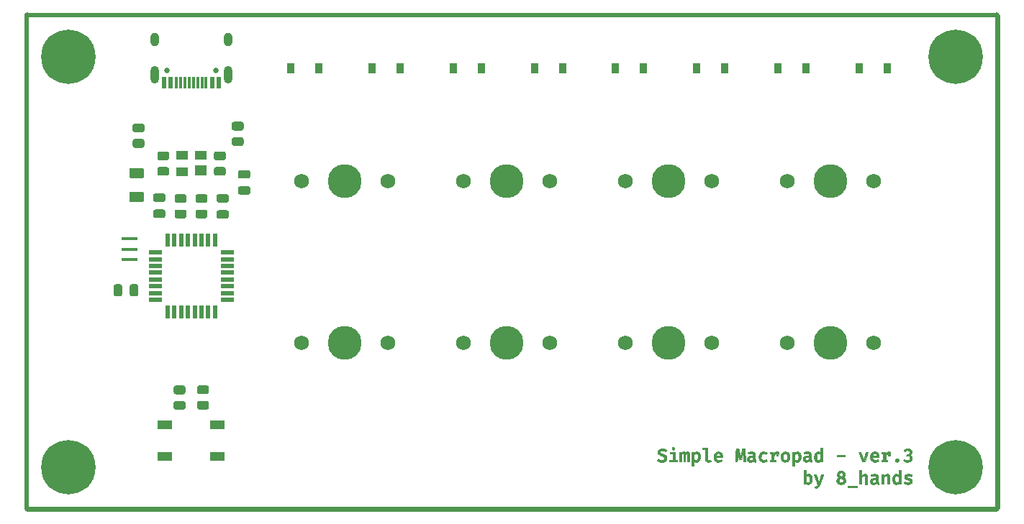
<source format=gts>
%TF.GenerationSoftware,KiCad,Pcbnew,(5.1.10-1-10_14)*%
%TF.CreationDate,2021-08-29T23:03:26+08:00*%
%TF.ProjectId,SMP v.2,534d5020-762e-4322-9e6b-696361645f70,rev?*%
%TF.SameCoordinates,Original*%
%TF.FileFunction,Soldermask,Top*%
%TF.FilePolarity,Negative*%
%FSLAX46Y46*%
G04 Gerber Fmt 4.6, Leading zero omitted, Abs format (unit mm)*
G04 Created by KiCad (PCBNEW (5.1.10-1-10_14)) date 2021-08-29 23:03:26*
%MOMM*%
%LPD*%
G01*
G04 APERTURE LIST*
%TA.AperFunction,Profile*%
%ADD10C,0.050000*%
%TD*%
%ADD11C,0.500000*%
%ADD12C,0.010000*%
%ADD13R,0.600000X1.450000*%
%ADD14R,0.300000X1.450000*%
%ADD15C,0.650000*%
%ADD16O,1.000000X2.100000*%
%ADD17O,1.000000X1.600000*%
%ADD18R,1.400000X1.000000*%
%ADD19R,1.400000X1.200000*%
%ADD20R,0.550000X1.600000*%
%ADD21R,1.600000X0.550000*%
%ADD22R,0.900000X1.200000*%
%ADD23C,1.750000*%
%ADD24C,3.987800*%
%ADD25C,6.400000*%
%ADD26R,1.900000X0.400000*%
%ADD27R,1.800000X1.100000*%
G04 APERTURE END LIST*
D10*
X156052520Y-83629500D02*
G75*
G02*
X155727400Y-83954620I-325120J0D01*
G01*
X155727400Y-25214580D02*
G75*
G02*
X156052520Y-25539700I0J-325120D01*
G01*
X41366440Y-25539700D02*
G75*
G02*
X41691560Y-25214580I325120J0D01*
G01*
X41689020Y-83957160D02*
G75*
G02*
X41363900Y-83632040I0J325120D01*
G01*
D11*
X155778200Y-83677760D02*
X155778200Y-25488900D01*
X41641840Y-25488900D02*
X155778200Y-25488900D01*
X41640760Y-83677760D02*
X155778200Y-83677760D01*
X41640760Y-83677760D02*
X41641840Y-25488900D01*
D10*
X41366440Y-25539700D02*
X41363900Y-83632040D01*
X155727400Y-25214580D02*
X41691560Y-25214580D01*
X156052520Y-83629500D02*
X156052520Y-25539700D01*
X41689020Y-83957160D02*
X155727400Y-83954620D01*
D12*
%TO.C,Ref\u002A\u002A*%
G36*
X117709199Y-76389292D02*
G01*
X117758396Y-76406059D01*
X117799393Y-76436979D01*
X117828614Y-76479968D01*
X117842484Y-76532945D01*
X117843135Y-76547838D01*
X117833746Y-76601256D01*
X117807961Y-76645904D01*
X117769489Y-76679626D01*
X117722041Y-76700267D01*
X117669326Y-76705671D01*
X117615055Y-76693682D01*
X117602067Y-76687906D01*
X117558250Y-76656451D01*
X117531326Y-76613052D01*
X117520634Y-76556552D01*
X117520383Y-76544887D01*
X117527051Y-76489035D01*
X117548393Y-76446680D01*
X117586410Y-76414364D01*
X117600510Y-76406544D01*
X117655379Y-76388760D01*
X117709199Y-76389292D01*
G37*
X117709199Y-76389292D02*
X117758396Y-76406059D01*
X117799393Y-76436979D01*
X117828614Y-76479968D01*
X117842484Y-76532945D01*
X117843135Y-76547838D01*
X117833746Y-76601256D01*
X117807961Y-76645904D01*
X117769489Y-76679626D01*
X117722041Y-76700267D01*
X117669326Y-76705671D01*
X117615055Y-76693682D01*
X117602067Y-76687906D01*
X117558250Y-76656451D01*
X117531326Y-76613052D01*
X117520634Y-76556552D01*
X117520383Y-76544887D01*
X117527051Y-76489035D01*
X117548393Y-76446680D01*
X117586410Y-76414364D01*
X117600510Y-76406544D01*
X117655379Y-76388760D01*
X117709199Y-76389292D01*
G36*
X137877425Y-77531007D02*
G01*
X136967258Y-77531007D01*
X136967258Y-77319341D01*
X137877425Y-77319341D01*
X137877425Y-77531007D01*
G37*
X137877425Y-77531007D02*
X136967258Y-77531007D01*
X136967258Y-77319341D01*
X137877425Y-77319341D01*
X137877425Y-77531007D01*
G36*
X143112827Y-76932165D02*
G01*
X143155989Y-76937840D01*
X143159540Y-76938560D01*
X143221229Y-76951651D01*
X143216022Y-76995267D01*
X143212766Y-77024695D01*
X143208369Y-77067405D01*
X143203235Y-77119120D01*
X143197771Y-77175560D01*
X143192382Y-77232446D01*
X143187473Y-77285499D01*
X143183448Y-77330442D01*
X143180714Y-77362994D01*
X143179675Y-77378877D01*
X143179675Y-77379032D01*
X143174614Y-77386218D01*
X143157327Y-77390690D01*
X143124654Y-77392925D01*
X143084425Y-77393424D01*
X142989175Y-77393424D01*
X142989175Y-77152257D01*
X142944195Y-77162318D01*
X142882845Y-77182553D01*
X142829305Y-77215226D01*
X142781159Y-77262621D01*
X142735986Y-77327021D01*
X142700238Y-77392568D01*
X142655800Y-77481671D01*
X142652570Y-77707422D01*
X142649341Y-77933174D01*
X142883341Y-77933174D01*
X142883341Y-78123674D01*
X142227175Y-78123674D01*
X142227175Y-77933174D01*
X142396508Y-77933174D01*
X142396508Y-77139424D01*
X142227175Y-77139424D01*
X142227175Y-76948924D01*
X142406890Y-76948924D01*
X142472370Y-76949005D01*
X142519738Y-76949511D01*
X142552048Y-76950834D01*
X142572355Y-76953369D01*
X142583711Y-76957507D01*
X142589172Y-76963641D01*
X142591792Y-76972166D01*
X142591920Y-76972736D01*
X142596471Y-76995727D01*
X142602857Y-77031186D01*
X142610137Y-77073471D01*
X142617372Y-77116942D01*
X142623620Y-77155958D01*
X142627941Y-77184877D01*
X142629407Y-77197632D01*
X142634121Y-77195166D01*
X142646233Y-77178053D01*
X142660013Y-77155299D01*
X142717253Y-77072184D01*
X142782392Y-77008491D01*
X142856230Y-76963704D01*
X142939563Y-76937305D01*
X143008866Y-76929259D01*
X143060263Y-76929087D01*
X143112827Y-76932165D01*
G37*
X143112827Y-76932165D02*
X143155989Y-76937840D01*
X143159540Y-76938560D01*
X143221229Y-76951651D01*
X143216022Y-76995267D01*
X143212766Y-77024695D01*
X143208369Y-77067405D01*
X143203235Y-77119120D01*
X143197771Y-77175560D01*
X143192382Y-77232446D01*
X143187473Y-77285499D01*
X143183448Y-77330442D01*
X143180714Y-77362994D01*
X143179675Y-77378877D01*
X143179675Y-77379032D01*
X143174614Y-77386218D01*
X143157327Y-77390690D01*
X143124654Y-77392925D01*
X143084425Y-77393424D01*
X142989175Y-77393424D01*
X142989175Y-77152257D01*
X142944195Y-77162318D01*
X142882845Y-77182553D01*
X142829305Y-77215226D01*
X142781159Y-77262621D01*
X142735986Y-77327021D01*
X142700238Y-77392568D01*
X142655800Y-77481671D01*
X142652570Y-77707422D01*
X142649341Y-77933174D01*
X142883341Y-77933174D01*
X142883341Y-78123674D01*
X142227175Y-78123674D01*
X142227175Y-77933174D01*
X142396508Y-77933174D01*
X142396508Y-77139424D01*
X142227175Y-77139424D01*
X142227175Y-76948924D01*
X142406890Y-76948924D01*
X142472370Y-76949005D01*
X142519738Y-76949511D01*
X142552048Y-76950834D01*
X142572355Y-76953369D01*
X142583711Y-76957507D01*
X142589172Y-76963641D01*
X142591792Y-76972166D01*
X142591920Y-76972736D01*
X142596471Y-76995727D01*
X142602857Y-77031186D01*
X142610137Y-77073471D01*
X142617372Y-77116942D01*
X142623620Y-77155958D01*
X142627941Y-77184877D01*
X142629407Y-77197632D01*
X142634121Y-77195166D01*
X142646233Y-77178053D01*
X142660013Y-77155299D01*
X142717253Y-77072184D01*
X142782392Y-77008491D01*
X142856230Y-76963704D01*
X142939563Y-76937305D01*
X143008866Y-76929259D01*
X143060263Y-76929087D01*
X143112827Y-76932165D01*
G36*
X139908871Y-77414744D02*
G01*
X139937935Y-77509389D01*
X139965298Y-77597241D01*
X139990324Y-77676344D01*
X140012376Y-77744741D01*
X140030816Y-77800478D01*
X140045008Y-77841599D01*
X140054314Y-77866149D01*
X140057975Y-77872473D01*
X140062459Y-77860987D01*
X140072496Y-77831328D01*
X140087429Y-77785557D01*
X140106599Y-77725735D01*
X140129349Y-77653924D01*
X140155023Y-77572186D01*
X140182963Y-77482583D01*
X140206494Y-77406653D01*
X140347974Y-76948924D01*
X140477949Y-76948924D01*
X140527555Y-76949529D01*
X140568381Y-76951179D01*
X140596395Y-76953627D01*
X140607569Y-76956627D01*
X140607617Y-76956861D01*
X140604113Y-76968018D01*
X140594137Y-76997327D01*
X140578315Y-77043003D01*
X140557273Y-77103257D01*
X140531639Y-77176302D01*
X140502041Y-77260350D01*
X140469104Y-77353616D01*
X140433455Y-77454311D01*
X140402491Y-77541591D01*
X140197674Y-78118382D01*
X140050903Y-78121145D01*
X139904133Y-78123909D01*
X139700107Y-77544354D01*
X139662921Y-77438577D01*
X139627931Y-77338761D01*
X139595756Y-77246689D01*
X139567014Y-77164148D01*
X139542324Y-77092922D01*
X139522307Y-77034797D01*
X139507580Y-76991558D01*
X139498764Y-76964990D01*
X139496378Y-76956861D01*
X139506415Y-76953883D01*
X139533640Y-76951414D01*
X139574075Y-76949688D01*
X139623743Y-76948938D01*
X139631741Y-76948924D01*
X139766807Y-76948924D01*
X139908871Y-77414744D01*
G37*
X139908871Y-77414744D02*
X139937935Y-77509389D01*
X139965298Y-77597241D01*
X139990324Y-77676344D01*
X140012376Y-77744741D01*
X140030816Y-77800478D01*
X140045008Y-77841599D01*
X140054314Y-77866149D01*
X140057975Y-77872473D01*
X140062459Y-77860987D01*
X140072496Y-77831328D01*
X140087429Y-77785557D01*
X140106599Y-77725735D01*
X140129349Y-77653924D01*
X140155023Y-77572186D01*
X140182963Y-77482583D01*
X140206494Y-77406653D01*
X140347974Y-76948924D01*
X140477949Y-76948924D01*
X140527555Y-76949529D01*
X140568381Y-76951179D01*
X140596395Y-76953627D01*
X140607569Y-76956627D01*
X140607617Y-76956861D01*
X140604113Y-76968018D01*
X140594137Y-76997327D01*
X140578315Y-77043003D01*
X140557273Y-77103257D01*
X140531639Y-77176302D01*
X140502041Y-77260350D01*
X140469104Y-77353616D01*
X140433455Y-77454311D01*
X140402491Y-77541591D01*
X140197674Y-78118382D01*
X140050903Y-78121145D01*
X139904133Y-78123909D01*
X139700107Y-77544354D01*
X139662921Y-77438577D01*
X139627931Y-77338761D01*
X139595756Y-77246689D01*
X139567014Y-77164148D01*
X139542324Y-77092922D01*
X139522307Y-77034797D01*
X139507580Y-76991558D01*
X139498764Y-76964990D01*
X139496378Y-76956861D01*
X139506415Y-76953883D01*
X139533640Y-76951414D01*
X139574075Y-76949688D01*
X139623743Y-76948938D01*
X139631741Y-76948924D01*
X139766807Y-76948924D01*
X139908871Y-77414744D01*
G36*
X129881716Y-76933330D02*
G01*
X129934027Y-76934406D01*
X129980767Y-76937116D01*
X130016613Y-76941042D01*
X130035507Y-76945418D01*
X130062299Y-76957225D01*
X130041328Y-77175324D01*
X130020357Y-77393424D01*
X129834091Y-77393424D01*
X129834091Y-77152849D01*
X129794404Y-77160260D01*
X129723368Y-77184206D01*
X129658550Y-77228360D01*
X129599938Y-77292734D01*
X129547519Y-77377339D01*
X129540043Y-77392073D01*
X129500716Y-77471588D01*
X129497497Y-77702381D01*
X129494279Y-77933174D01*
X129728258Y-77933174D01*
X129728258Y-78123674D01*
X129072091Y-78123674D01*
X129072091Y-77933174D01*
X129241425Y-77933174D01*
X129241425Y-77139424D01*
X129072091Y-77139424D01*
X129072091Y-76948924D01*
X129429752Y-76948924D01*
X129442213Y-77020361D01*
X129449825Y-77066510D01*
X129456773Y-77112844D01*
X129460648Y-77142070D01*
X129465474Y-77171343D01*
X129471053Y-77189466D01*
X129473772Y-77192341D01*
X129482516Y-77183760D01*
X129495030Y-77162562D01*
X129497810Y-77156924D01*
X129523929Y-77115411D01*
X129562842Y-77069345D01*
X129608808Y-77024395D01*
X129656084Y-76986230D01*
X129694629Y-76962556D01*
X129722004Y-76949876D01*
X129746275Y-76941466D01*
X129772907Y-76936474D01*
X129807366Y-76934045D01*
X129855118Y-76933326D01*
X129881716Y-76933330D01*
G37*
X129881716Y-76933330D02*
X129934027Y-76934406D01*
X129980767Y-76937116D01*
X130016613Y-76941042D01*
X130035507Y-76945418D01*
X130062299Y-76957225D01*
X130041328Y-77175324D01*
X130020357Y-77393424D01*
X129834091Y-77393424D01*
X129834091Y-77152849D01*
X129794404Y-77160260D01*
X129723368Y-77184206D01*
X129658550Y-77228360D01*
X129599938Y-77292734D01*
X129547519Y-77377339D01*
X129540043Y-77392073D01*
X129500716Y-77471588D01*
X129497497Y-77702381D01*
X129494279Y-77933174D01*
X129728258Y-77933174D01*
X129728258Y-78123674D01*
X129072091Y-78123674D01*
X129072091Y-77933174D01*
X129241425Y-77933174D01*
X129241425Y-77139424D01*
X129072091Y-77139424D01*
X129072091Y-76948924D01*
X129429752Y-76948924D01*
X129442213Y-77020361D01*
X129449825Y-77066510D01*
X129456773Y-77112844D01*
X129460648Y-77142070D01*
X129465474Y-77171343D01*
X129471053Y-77189466D01*
X129473772Y-77192341D01*
X129482516Y-77183760D01*
X129495030Y-77162562D01*
X129497810Y-77156924D01*
X129523929Y-77115411D01*
X129562842Y-77069345D01*
X129608808Y-77024395D01*
X129656084Y-76986230D01*
X129694629Y-76962556D01*
X129722004Y-76949876D01*
X129746275Y-76941466D01*
X129772907Y-76936474D01*
X129807366Y-76934045D01*
X129855118Y-76933326D01*
X129881716Y-76933330D01*
G36*
X125274024Y-76600195D02*
G01*
X125321058Y-76601879D01*
X125351339Y-76604904D01*
X125367063Y-76609450D01*
X125370395Y-76612903D01*
X125373514Y-76625703D01*
X125380553Y-76657070D01*
X125391050Y-76704866D01*
X125404541Y-76766951D01*
X125420563Y-76841185D01*
X125438652Y-76925429D01*
X125458344Y-77017543D01*
X125474715Y-77094400D01*
X125495298Y-77190653D01*
X125514674Y-77280241D01*
X125532381Y-77361103D01*
X125547958Y-77431175D01*
X125560943Y-77488397D01*
X125570873Y-77530704D01*
X125577287Y-77556035D01*
X125579591Y-77562693D01*
X125582776Y-77552688D01*
X125589623Y-77524135D01*
X125599656Y-77479245D01*
X125612400Y-77420228D01*
X125627380Y-77349295D01*
X125644119Y-77268655D01*
X125662143Y-77180520D01*
X125667793Y-77152634D01*
X125686732Y-77059135D01*
X125704970Y-76969425D01*
X125721943Y-76886257D01*
X125737086Y-76812382D01*
X125749835Y-76750554D01*
X125759625Y-76703526D01*
X125765892Y-76674048D01*
X125766537Y-76671111D01*
X125782371Y-76599674D01*
X125940273Y-76599674D01*
X125995362Y-76599890D01*
X126042079Y-76600485D01*
X126076756Y-76601381D01*
X126095725Y-76602496D01*
X126098175Y-76603096D01*
X126098771Y-76613962D01*
X126100495Y-76644245D01*
X126103247Y-76692233D01*
X126106928Y-76756214D01*
X126111441Y-76834473D01*
X126116685Y-76925299D01*
X126122562Y-77026977D01*
X126128974Y-77137795D01*
X126135821Y-77256041D01*
X126140454Y-77335992D01*
X126147558Y-77458976D01*
X126154290Y-77576279D01*
X126160548Y-77686107D01*
X126166234Y-77786665D01*
X126171245Y-77876161D01*
X126175483Y-77952799D01*
X126178847Y-78014786D01*
X126181238Y-78060327D01*
X126182554Y-78087630D01*
X126182787Y-78094570D01*
X126182841Y-78123674D01*
X126061133Y-78123674D01*
X126008940Y-78123511D01*
X125974313Y-78122554D01*
X125953654Y-78120099D01*
X125943362Y-78115439D01*
X125939838Y-78107871D01*
X125939471Y-78099861D01*
X125938987Y-78083726D01*
X125937592Y-78049189D01*
X125935409Y-77998991D01*
X125932562Y-77935871D01*
X125929171Y-77862570D01*
X125925361Y-77781828D01*
X125923235Y-77737382D01*
X125918689Y-77640204D01*
X125914078Y-77536854D01*
X125909626Y-77432737D01*
X125905561Y-77333254D01*
X125902107Y-77243809D01*
X125899490Y-77169805D01*
X125899375Y-77166309D01*
X125891800Y-76933902D01*
X125845968Y-77145142D01*
X125829153Y-77222578D01*
X125809396Y-77313461D01*
X125788270Y-77410560D01*
X125767349Y-77506644D01*
X125748206Y-77594479D01*
X125746397Y-77602776D01*
X125692659Y-77849169D01*
X125575823Y-77846192D01*
X125458987Y-77843216D01*
X125344926Y-77366966D01*
X125230866Y-76890716D01*
X125236805Y-77086507D01*
X125237955Y-77158977D01*
X125237659Y-77248418D01*
X125235998Y-77350692D01*
X125233052Y-77461660D01*
X125228902Y-77577182D01*
X125225960Y-77644954D01*
X125221955Y-77733015D01*
X125218292Y-77816490D01*
X125215088Y-77892473D01*
X125212462Y-77958055D01*
X125210531Y-78010328D01*
X125209412Y-78046386D01*
X125209175Y-78060350D01*
X125209175Y-78113091D01*
X124964303Y-78113091D01*
X124970796Y-78031070D01*
X124972538Y-78006077D01*
X124975259Y-77963141D01*
X124978834Y-77904468D01*
X124983140Y-77832262D01*
X124988050Y-77748728D01*
X124993440Y-77656069D01*
X124999185Y-77556491D01*
X125005161Y-77452199D01*
X125011242Y-77345397D01*
X125017304Y-77238289D01*
X125023221Y-77133081D01*
X125028869Y-77031977D01*
X125034123Y-76937181D01*
X125038857Y-76850899D01*
X125042948Y-76775334D01*
X125046271Y-76712693D01*
X125048700Y-76665178D01*
X125050110Y-76634995D01*
X125050425Y-76625213D01*
X125050425Y-76599674D01*
X125208042Y-76599674D01*
X125274024Y-76600195D01*
G37*
X125274024Y-76600195D02*
X125321058Y-76601879D01*
X125351339Y-76604904D01*
X125367063Y-76609450D01*
X125370395Y-76612903D01*
X125373514Y-76625703D01*
X125380553Y-76657070D01*
X125391050Y-76704866D01*
X125404541Y-76766951D01*
X125420563Y-76841185D01*
X125438652Y-76925429D01*
X125458344Y-77017543D01*
X125474715Y-77094400D01*
X125495298Y-77190653D01*
X125514674Y-77280241D01*
X125532381Y-77361103D01*
X125547958Y-77431175D01*
X125560943Y-77488397D01*
X125570873Y-77530704D01*
X125577287Y-77556035D01*
X125579591Y-77562693D01*
X125582776Y-77552688D01*
X125589623Y-77524135D01*
X125599656Y-77479245D01*
X125612400Y-77420228D01*
X125627380Y-77349295D01*
X125644119Y-77268655D01*
X125662143Y-77180520D01*
X125667793Y-77152634D01*
X125686732Y-77059135D01*
X125704970Y-76969425D01*
X125721943Y-76886257D01*
X125737086Y-76812382D01*
X125749835Y-76750554D01*
X125759625Y-76703526D01*
X125765892Y-76674048D01*
X125766537Y-76671111D01*
X125782371Y-76599674D01*
X125940273Y-76599674D01*
X125995362Y-76599890D01*
X126042079Y-76600485D01*
X126076756Y-76601381D01*
X126095725Y-76602496D01*
X126098175Y-76603096D01*
X126098771Y-76613962D01*
X126100495Y-76644245D01*
X126103247Y-76692233D01*
X126106928Y-76756214D01*
X126111441Y-76834473D01*
X126116685Y-76925299D01*
X126122562Y-77026977D01*
X126128974Y-77137795D01*
X126135821Y-77256041D01*
X126140454Y-77335992D01*
X126147558Y-77458976D01*
X126154290Y-77576279D01*
X126160548Y-77686107D01*
X126166234Y-77786665D01*
X126171245Y-77876161D01*
X126175483Y-77952799D01*
X126178847Y-78014786D01*
X126181238Y-78060327D01*
X126182554Y-78087630D01*
X126182787Y-78094570D01*
X126182841Y-78123674D01*
X126061133Y-78123674D01*
X126008940Y-78123511D01*
X125974313Y-78122554D01*
X125953654Y-78120099D01*
X125943362Y-78115439D01*
X125939838Y-78107871D01*
X125939471Y-78099861D01*
X125938987Y-78083726D01*
X125937592Y-78049189D01*
X125935409Y-77998991D01*
X125932562Y-77935871D01*
X125929171Y-77862570D01*
X125925361Y-77781828D01*
X125923235Y-77737382D01*
X125918689Y-77640204D01*
X125914078Y-77536854D01*
X125909626Y-77432737D01*
X125905561Y-77333254D01*
X125902107Y-77243809D01*
X125899490Y-77169805D01*
X125899375Y-77166309D01*
X125891800Y-76933902D01*
X125845968Y-77145142D01*
X125829153Y-77222578D01*
X125809396Y-77313461D01*
X125788270Y-77410560D01*
X125767349Y-77506644D01*
X125748206Y-77594479D01*
X125746397Y-77602776D01*
X125692659Y-77849169D01*
X125575823Y-77846192D01*
X125458987Y-77843216D01*
X125344926Y-77366966D01*
X125230866Y-76890716D01*
X125236805Y-77086507D01*
X125237955Y-77158977D01*
X125237659Y-77248418D01*
X125235998Y-77350692D01*
X125233052Y-77461660D01*
X125228902Y-77577182D01*
X125225960Y-77644954D01*
X125221955Y-77733015D01*
X125218292Y-77816490D01*
X125215088Y-77892473D01*
X125212462Y-77958055D01*
X125210531Y-78010328D01*
X125209412Y-78046386D01*
X125209175Y-78060350D01*
X125209175Y-78113091D01*
X124964303Y-78113091D01*
X124970796Y-78031070D01*
X124972538Y-78006077D01*
X124975259Y-77963141D01*
X124978834Y-77904468D01*
X124983140Y-77832262D01*
X124988050Y-77748728D01*
X124993440Y-77656069D01*
X124999185Y-77556491D01*
X125005161Y-77452199D01*
X125011242Y-77345397D01*
X125017304Y-77238289D01*
X125023221Y-77133081D01*
X125028869Y-77031977D01*
X125034123Y-76937181D01*
X125038857Y-76850899D01*
X125042948Y-76775334D01*
X125046271Y-76712693D01*
X125048700Y-76665178D01*
X125050110Y-76634995D01*
X125050425Y-76625213D01*
X125050425Y-76599674D01*
X125208042Y-76599674D01*
X125274024Y-76600195D01*
G36*
X118951245Y-76932106D02*
G01*
X119005904Y-76956159D01*
X119049018Y-76997485D01*
X119070283Y-77031678D01*
X119082954Y-77056223D01*
X119133116Y-77009303D01*
X119171986Y-76974868D01*
X119203958Y-76952622D01*
X119236064Y-76938819D01*
X119275337Y-76929713D01*
X119285857Y-76927931D01*
X119359446Y-76924703D01*
X119423535Y-76939987D01*
X119477086Y-76973228D01*
X119519062Y-77023873D01*
X119538471Y-77062902D01*
X119544154Y-77077314D01*
X119548883Y-77091230D01*
X119552744Y-77106652D01*
X119555826Y-77125582D01*
X119558216Y-77150021D01*
X119560003Y-77181970D01*
X119561274Y-77223431D01*
X119562117Y-77276404D01*
X119562620Y-77342892D01*
X119562870Y-77424895D01*
X119562957Y-77524415D01*
X119562966Y-77620966D01*
X119562966Y-78118382D01*
X119455097Y-78121391D01*
X119347229Y-78124401D01*
X119343972Y-77661016D01*
X119343060Y-77542373D01*
X119342000Y-77443133D01*
X119340592Y-77361533D01*
X119338636Y-77295809D01*
X119335932Y-77244199D01*
X119332279Y-77204938D01*
X119327476Y-77176264D01*
X119321324Y-77156412D01*
X119313622Y-77143621D01*
X119304169Y-77136125D01*
X119292766Y-77132163D01*
X119283686Y-77130571D01*
X119246941Y-77133582D01*
X119204073Y-77149104D01*
X119162777Y-77173614D01*
X119134834Y-77198687D01*
X119102591Y-77235410D01*
X119102591Y-78123674D01*
X118891740Y-78123674D01*
X118888686Y-77641272D01*
X118887935Y-77527600D01*
X118887191Y-77433229D01*
X118886365Y-77356294D01*
X118885369Y-77294931D01*
X118884116Y-77247273D01*
X118882515Y-77211456D01*
X118880479Y-77185615D01*
X118877920Y-77167884D01*
X118874748Y-77156398D01*
X118870876Y-77149292D01*
X118866214Y-77144702D01*
X118865089Y-77143855D01*
X118829580Y-77130403D01*
X118787138Y-77135276D01*
X118740104Y-77157774D01*
X118692487Y-77195601D01*
X118658091Y-77228243D01*
X118658091Y-78123674D01*
X118425258Y-78123674D01*
X118425258Y-76948924D01*
X118519795Y-76948924D01*
X118565752Y-76949038D01*
X118595022Y-76951417D01*
X118612068Y-76959114D01*
X118621356Y-76975182D01*
X118627350Y-77002674D01*
X118631070Y-77025024D01*
X118637648Y-77064083D01*
X118680482Y-77017613D01*
X118738019Y-76967393D01*
X118800922Y-76936911D01*
X118871966Y-76924899D01*
X118883794Y-76924610D01*
X118951245Y-76932106D01*
G37*
X118951245Y-76932106D02*
X119005904Y-76956159D01*
X119049018Y-76997485D01*
X119070283Y-77031678D01*
X119082954Y-77056223D01*
X119133116Y-77009303D01*
X119171986Y-76974868D01*
X119203958Y-76952622D01*
X119236064Y-76938819D01*
X119275337Y-76929713D01*
X119285857Y-76927931D01*
X119359446Y-76924703D01*
X119423535Y-76939987D01*
X119477086Y-76973228D01*
X119519062Y-77023873D01*
X119538471Y-77062902D01*
X119544154Y-77077314D01*
X119548883Y-77091230D01*
X119552744Y-77106652D01*
X119555826Y-77125582D01*
X119558216Y-77150021D01*
X119560003Y-77181970D01*
X119561274Y-77223431D01*
X119562117Y-77276404D01*
X119562620Y-77342892D01*
X119562870Y-77424895D01*
X119562957Y-77524415D01*
X119562966Y-77620966D01*
X119562966Y-78118382D01*
X119455097Y-78121391D01*
X119347229Y-78124401D01*
X119343972Y-77661016D01*
X119343060Y-77542373D01*
X119342000Y-77443133D01*
X119340592Y-77361533D01*
X119338636Y-77295809D01*
X119335932Y-77244199D01*
X119332279Y-77204938D01*
X119327476Y-77176264D01*
X119321324Y-77156412D01*
X119313622Y-77143621D01*
X119304169Y-77136125D01*
X119292766Y-77132163D01*
X119283686Y-77130571D01*
X119246941Y-77133582D01*
X119204073Y-77149104D01*
X119162777Y-77173614D01*
X119134834Y-77198687D01*
X119102591Y-77235410D01*
X119102591Y-78123674D01*
X118891740Y-78123674D01*
X118888686Y-77641272D01*
X118887935Y-77527600D01*
X118887191Y-77433229D01*
X118886365Y-77356294D01*
X118885369Y-77294931D01*
X118884116Y-77247273D01*
X118882515Y-77211456D01*
X118880479Y-77185615D01*
X118877920Y-77167884D01*
X118874748Y-77156398D01*
X118870876Y-77149292D01*
X118866214Y-77144702D01*
X118865089Y-77143855D01*
X118829580Y-77130403D01*
X118787138Y-77135276D01*
X118740104Y-77157774D01*
X118692487Y-77195601D01*
X118658091Y-77228243D01*
X118658091Y-78123674D01*
X118425258Y-78123674D01*
X118425258Y-76948924D01*
X118519795Y-76948924D01*
X118565752Y-76949038D01*
X118595022Y-76951417D01*
X118612068Y-76959114D01*
X118621356Y-76975182D01*
X118627350Y-77002674D01*
X118631070Y-77025024D01*
X118637648Y-77064083D01*
X118680482Y-77017613D01*
X118738019Y-76967393D01*
X118800922Y-76936911D01*
X118871966Y-76924899D01*
X118883794Y-76924610D01*
X118951245Y-76932106D01*
G36*
X117853758Y-77933174D02*
G01*
X118171258Y-77933174D01*
X118171258Y-78123674D01*
X117250508Y-78123674D01*
X117250508Y-77933174D01*
X117599758Y-77933174D01*
X117599758Y-77139424D01*
X117271675Y-77139424D01*
X117271675Y-76948924D01*
X117853758Y-76948924D01*
X117853758Y-77933174D01*
G37*
X117853758Y-77933174D02*
X118171258Y-77933174D01*
X118171258Y-78123674D01*
X117250508Y-78123674D01*
X117250508Y-77933174D01*
X117599758Y-77933174D01*
X117599758Y-77139424D01*
X117271675Y-77139424D01*
X117271675Y-76948924D01*
X117853758Y-76948924D01*
X117853758Y-77933174D01*
G36*
X145291866Y-76579105D02*
G01*
X145368026Y-76585769D01*
X145432595Y-76598278D01*
X145440747Y-76600633D01*
X145531031Y-76636568D01*
X145604741Y-76684770D01*
X145663367Y-76746471D01*
X145707723Y-76821441D01*
X145728920Y-76888705D01*
X145736264Y-76964013D01*
X145729687Y-77039349D01*
X145710098Y-77104518D01*
X145679203Y-77155844D01*
X145634125Y-77207392D01*
X145580946Y-77253271D01*
X145525747Y-77287593D01*
X145516734Y-77291795D01*
X145461960Y-77315968D01*
X145498873Y-77321958D01*
X145569142Y-77343280D01*
X145636314Y-77381992D01*
X145695543Y-77434391D01*
X145741984Y-77496771D01*
X145751979Y-77515408D01*
X145764044Y-77542606D01*
X145771677Y-77568906D01*
X145775821Y-77600359D01*
X145777422Y-77643015D01*
X145777547Y-77679174D01*
X145774245Y-77758136D01*
X145763438Y-77822107D01*
X145742974Y-77876576D01*
X145710702Y-77927031D01*
X145664471Y-77978959D01*
X145657142Y-77986283D01*
X145583775Y-78048437D01*
X145504767Y-78094102D01*
X145417056Y-78124401D01*
X145317576Y-78140456D01*
X145227550Y-78143802D01*
X145173499Y-78141861D01*
X145119224Y-78137292D01*
X145073545Y-78130927D01*
X145058920Y-78127888D01*
X144979752Y-78102143D01*
X144899739Y-78064525D01*
X144827231Y-78019339D01*
X144788906Y-77988692D01*
X144731263Y-77936878D01*
X144773031Y-77899569D01*
X144807045Y-77869402D01*
X144842763Y-77838038D01*
X144854170Y-77828107D01*
X144893540Y-77793955D01*
X144932806Y-77832090D01*
X145001512Y-77884321D01*
X145082390Y-77920409D01*
X145172655Y-77939190D01*
X145192498Y-77940823D01*
X145262864Y-77941840D01*
X145319902Y-77934203D01*
X145370196Y-77916438D01*
X145414248Y-77891159D01*
X145466430Y-77844443D01*
X145502260Y-77785214D01*
X145520626Y-77715644D01*
X145522915Y-77678469D01*
X145515987Y-77600831D01*
X145494698Y-77537454D01*
X145458410Y-77487809D01*
X145406488Y-77451370D01*
X145338296Y-77427610D01*
X145253198Y-77416002D01*
X145204462Y-77414591D01*
X145158089Y-77414744D01*
X145128428Y-77412701D01*
X145112491Y-77404711D01*
X145107293Y-77387020D01*
X145109849Y-77355876D01*
X145117170Y-77307525D01*
X145117502Y-77305304D01*
X145129162Y-77226904D01*
X145221964Y-77221612D01*
X145274034Y-77217315D01*
X145312751Y-77210178D01*
X145345905Y-77198345D01*
X145369845Y-77186343D01*
X145422206Y-77147323D01*
X145458427Y-77098490D01*
X145478830Y-77043338D01*
X145483736Y-76985358D01*
X145473468Y-76928045D01*
X145448346Y-76874890D01*
X145408694Y-76829386D01*
X145354832Y-76795028D01*
X145333007Y-76786391D01*
X145255709Y-76770809D01*
X145174178Y-76773709D01*
X145092434Y-76794084D01*
X145014499Y-76830926D01*
X144944392Y-76883226D01*
X144943495Y-76884055D01*
X144913440Y-76911882D01*
X144777734Y-76763716D01*
X144819795Y-76725489D01*
X144868971Y-76688138D01*
X144931196Y-76651575D01*
X144998612Y-76619885D01*
X145063360Y-76597152D01*
X145070327Y-76595284D01*
X145135367Y-76583752D01*
X145211763Y-76578395D01*
X145291866Y-76579105D01*
G37*
X145291866Y-76579105D02*
X145368026Y-76585769D01*
X145432595Y-76598278D01*
X145440747Y-76600633D01*
X145531031Y-76636568D01*
X145604741Y-76684770D01*
X145663367Y-76746471D01*
X145707723Y-76821441D01*
X145728920Y-76888705D01*
X145736264Y-76964013D01*
X145729687Y-77039349D01*
X145710098Y-77104518D01*
X145679203Y-77155844D01*
X145634125Y-77207392D01*
X145580946Y-77253271D01*
X145525747Y-77287593D01*
X145516734Y-77291795D01*
X145461960Y-77315968D01*
X145498873Y-77321958D01*
X145569142Y-77343280D01*
X145636314Y-77381992D01*
X145695543Y-77434391D01*
X145741984Y-77496771D01*
X145751979Y-77515408D01*
X145764044Y-77542606D01*
X145771677Y-77568906D01*
X145775821Y-77600359D01*
X145777422Y-77643015D01*
X145777547Y-77679174D01*
X145774245Y-77758136D01*
X145763438Y-77822107D01*
X145742974Y-77876576D01*
X145710702Y-77927031D01*
X145664471Y-77978959D01*
X145657142Y-77986283D01*
X145583775Y-78048437D01*
X145504767Y-78094102D01*
X145417056Y-78124401D01*
X145317576Y-78140456D01*
X145227550Y-78143802D01*
X145173499Y-78141861D01*
X145119224Y-78137292D01*
X145073545Y-78130927D01*
X145058920Y-78127888D01*
X144979752Y-78102143D01*
X144899739Y-78064525D01*
X144827231Y-78019339D01*
X144788906Y-77988692D01*
X144731263Y-77936878D01*
X144773031Y-77899569D01*
X144807045Y-77869402D01*
X144842763Y-77838038D01*
X144854170Y-77828107D01*
X144893540Y-77793955D01*
X144932806Y-77832090D01*
X145001512Y-77884321D01*
X145082390Y-77920409D01*
X145172655Y-77939190D01*
X145192498Y-77940823D01*
X145262864Y-77941840D01*
X145319902Y-77934203D01*
X145370196Y-77916438D01*
X145414248Y-77891159D01*
X145466430Y-77844443D01*
X145502260Y-77785214D01*
X145520626Y-77715644D01*
X145522915Y-77678469D01*
X145515987Y-77600831D01*
X145494698Y-77537454D01*
X145458410Y-77487809D01*
X145406488Y-77451370D01*
X145338296Y-77427610D01*
X145253198Y-77416002D01*
X145204462Y-77414591D01*
X145158089Y-77414744D01*
X145128428Y-77412701D01*
X145112491Y-77404711D01*
X145107293Y-77387020D01*
X145109849Y-77355876D01*
X145117170Y-77307525D01*
X145117502Y-77305304D01*
X145129162Y-77226904D01*
X145221964Y-77221612D01*
X145274034Y-77217315D01*
X145312751Y-77210178D01*
X145345905Y-77198345D01*
X145369845Y-77186343D01*
X145422206Y-77147323D01*
X145458427Y-77098490D01*
X145478830Y-77043338D01*
X145483736Y-76985358D01*
X145473468Y-76928045D01*
X145448346Y-76874890D01*
X145408694Y-76829386D01*
X145354832Y-76795028D01*
X145333007Y-76786391D01*
X145255709Y-76770809D01*
X145174178Y-76773709D01*
X145092434Y-76794084D01*
X145014499Y-76830926D01*
X144944392Y-76883226D01*
X144943495Y-76884055D01*
X144913440Y-76911882D01*
X144777734Y-76763716D01*
X144819795Y-76725489D01*
X144868971Y-76688138D01*
X144931196Y-76651575D01*
X144998612Y-76619885D01*
X145063360Y-76597152D01*
X145070327Y-76595284D01*
X145135367Y-76583752D01*
X145211763Y-76578395D01*
X145291866Y-76579105D01*
G36*
X141437307Y-76922328D02*
G01*
X141534122Y-76940369D01*
X141599720Y-76964469D01*
X141655679Y-76997684D01*
X141712579Y-77044524D01*
X141763661Y-77098897D01*
X141792106Y-77137819D01*
X141827818Y-77207486D01*
X141856447Y-77290567D01*
X141876485Y-77380059D01*
X141886422Y-77468959D01*
X141884752Y-77550261D01*
X141883365Y-77561675D01*
X141875938Y-77615674D01*
X141115925Y-77615674D01*
X141115925Y-77652318D01*
X141122514Y-77698280D01*
X141140047Y-77751389D01*
X141165170Y-77803187D01*
X141190572Y-77840580D01*
X141220246Y-77870312D01*
X141257173Y-77899312D01*
X141272808Y-77909372D01*
X141296944Y-77922560D01*
X141319103Y-77931035D01*
X141344988Y-77935826D01*
X141380301Y-77937960D01*
X141430743Y-77938465D01*
X141434222Y-77938466D01*
X141484685Y-77938158D01*
X141520940Y-77936192D01*
X141549950Y-77931009D01*
X141578674Y-77921044D01*
X141614072Y-77904738D01*
X141638762Y-77892572D01*
X141679530Y-77871957D01*
X141707345Y-77859533D01*
X141727055Y-77856796D01*
X141743508Y-77865240D01*
X141761554Y-77886362D01*
X141786041Y-77921658D01*
X141800352Y-77942417D01*
X141839967Y-77999285D01*
X141813967Y-78020676D01*
X141777509Y-78044947D01*
X141727170Y-78070943D01*
X141669712Y-78095721D01*
X141611901Y-78116336D01*
X141565413Y-78128844D01*
X141492195Y-78139595D01*
X141412041Y-78143474D01*
X141332800Y-78140582D01*
X141262320Y-78131022D01*
X141235601Y-78124584D01*
X141141677Y-78087033D01*
X141058018Y-78031927D01*
X140986213Y-77961016D01*
X140927852Y-77876053D01*
X140884527Y-77778789D01*
X140867237Y-77718805D01*
X140858078Y-77661808D01*
X140853173Y-77591481D01*
X140852518Y-77515231D01*
X140855829Y-77446341D01*
X141112963Y-77446341D01*
X141637448Y-77446341D01*
X141631746Y-77383461D01*
X141622928Y-77335173D01*
X141606291Y-77281770D01*
X141584812Y-77230916D01*
X141561471Y-77190273D01*
X141551993Y-77178272D01*
X141506335Y-77142605D01*
X141448816Y-77120215D01*
X141385047Y-77112430D01*
X141320637Y-77120578D01*
X141314934Y-77122158D01*
X141253875Y-77150521D01*
X141201327Y-77196006D01*
X141159583Y-77255501D01*
X141130936Y-77325895D01*
X141118974Y-77388101D01*
X141112963Y-77446341D01*
X140855829Y-77446341D01*
X140856112Y-77440463D01*
X140863953Y-77374582D01*
X140867337Y-77356686D01*
X140898366Y-77253920D01*
X140944983Y-77161006D01*
X141005404Y-77080395D01*
X141077843Y-77014537D01*
X141147675Y-76971918D01*
X141239045Y-76938185D01*
X141337268Y-76921627D01*
X141437307Y-76922328D01*
G37*
X141437307Y-76922328D02*
X141534122Y-76940369D01*
X141599720Y-76964469D01*
X141655679Y-76997684D01*
X141712579Y-77044524D01*
X141763661Y-77098897D01*
X141792106Y-77137819D01*
X141827818Y-77207486D01*
X141856447Y-77290567D01*
X141876485Y-77380059D01*
X141886422Y-77468959D01*
X141884752Y-77550261D01*
X141883365Y-77561675D01*
X141875938Y-77615674D01*
X141115925Y-77615674D01*
X141115925Y-77652318D01*
X141122514Y-77698280D01*
X141140047Y-77751389D01*
X141165170Y-77803187D01*
X141190572Y-77840580D01*
X141220246Y-77870312D01*
X141257173Y-77899312D01*
X141272808Y-77909372D01*
X141296944Y-77922560D01*
X141319103Y-77931035D01*
X141344988Y-77935826D01*
X141380301Y-77937960D01*
X141430743Y-77938465D01*
X141434222Y-77938466D01*
X141484685Y-77938158D01*
X141520940Y-77936192D01*
X141549950Y-77931009D01*
X141578674Y-77921044D01*
X141614072Y-77904738D01*
X141638762Y-77892572D01*
X141679530Y-77871957D01*
X141707345Y-77859533D01*
X141727055Y-77856796D01*
X141743508Y-77865240D01*
X141761554Y-77886362D01*
X141786041Y-77921658D01*
X141800352Y-77942417D01*
X141839967Y-77999285D01*
X141813967Y-78020676D01*
X141777509Y-78044947D01*
X141727170Y-78070943D01*
X141669712Y-78095721D01*
X141611901Y-78116336D01*
X141565413Y-78128844D01*
X141492195Y-78139595D01*
X141412041Y-78143474D01*
X141332800Y-78140582D01*
X141262320Y-78131022D01*
X141235601Y-78124584D01*
X141141677Y-78087033D01*
X141058018Y-78031927D01*
X140986213Y-77961016D01*
X140927852Y-77876053D01*
X140884527Y-77778789D01*
X140867237Y-77718805D01*
X140858078Y-77661808D01*
X140853173Y-77591481D01*
X140852518Y-77515231D01*
X140855829Y-77446341D01*
X141112963Y-77446341D01*
X141637448Y-77446341D01*
X141631746Y-77383461D01*
X141622928Y-77335173D01*
X141606291Y-77281770D01*
X141584812Y-77230916D01*
X141561471Y-77190273D01*
X141551993Y-77178272D01*
X141506335Y-77142605D01*
X141448816Y-77120215D01*
X141385047Y-77112430D01*
X141320637Y-77120578D01*
X141314934Y-77122158D01*
X141253875Y-77150521D01*
X141201327Y-77196006D01*
X141159583Y-77255501D01*
X141130936Y-77325895D01*
X141118974Y-77388101D01*
X141112963Y-77446341D01*
X140855829Y-77446341D01*
X140856112Y-77440463D01*
X140863953Y-77374582D01*
X140867337Y-77356686D01*
X140898366Y-77253920D01*
X140944983Y-77161006D01*
X141005404Y-77080395D01*
X141077843Y-77014537D01*
X141147675Y-76971918D01*
X141239045Y-76938185D01*
X141337268Y-76921627D01*
X141437307Y-76922328D01*
G36*
X135054320Y-76465902D02*
G01*
X135096052Y-76470676D01*
X135146054Y-76475977D01*
X135181320Y-76479479D01*
X135252758Y-76486297D01*
X135252758Y-78123674D01*
X135142867Y-78123674D01*
X135090490Y-78123281D01*
X135055679Y-78120397D01*
X135034831Y-78112459D01*
X135024345Y-78096908D01*
X135020620Y-78071182D01*
X135020069Y-78036361D01*
X135018731Y-78010832D01*
X135015594Y-77997318D01*
X135014645Y-77996674D01*
X135004803Y-78003445D01*
X134984854Y-78020944D01*
X134966064Y-78038697D01*
X134930989Y-78067651D01*
X134888231Y-78096124D01*
X134862997Y-78109960D01*
X134831175Y-78124128D01*
X134801360Y-78133159D01*
X134766738Y-78138358D01*
X134720495Y-78141029D01*
X134697266Y-78141680D01*
X134649063Y-78141900D01*
X134606332Y-78140460D01*
X134575162Y-78137644D01*
X134564841Y-78135513D01*
X134484835Y-78099382D01*
X134416583Y-78046873D01*
X134359716Y-77977486D01*
X134313864Y-77890724D01*
X134278658Y-77786090D01*
X134266120Y-77732702D01*
X134251993Y-77628386D01*
X134250570Y-77527243D01*
X134522588Y-77527243D01*
X134527638Y-77642976D01*
X134542668Y-77740272D01*
X134567784Y-77819416D01*
X134603092Y-77880693D01*
X134648698Y-77924389D01*
X134675966Y-77940001D01*
X134715037Y-77949701D01*
X134764779Y-77950239D01*
X134817112Y-77942276D01*
X134863961Y-77926475D01*
X134868589Y-77924207D01*
X134899880Y-77903600D01*
X134934539Y-77873980D01*
X134955136Y-77852751D01*
X134998758Y-77803194D01*
X134998758Y-77237137D01*
X134957361Y-77199737D01*
X134920598Y-77168729D01*
X134889087Y-77149169D01*
X134854100Y-77136616D01*
X134817640Y-77128613D01*
X134749421Y-77124843D01*
X134688814Y-77140140D01*
X134636514Y-77173563D01*
X134593216Y-77224173D01*
X134559614Y-77291033D01*
X134536404Y-77373202D01*
X134524280Y-77469742D01*
X134522588Y-77527243D01*
X134250570Y-77527243D01*
X134250434Y-77517631D01*
X134260752Y-77405913D01*
X134282258Y-77298709D01*
X134314260Y-77201496D01*
X134340034Y-77146860D01*
X134361656Y-77114529D01*
X134393210Y-77076097D01*
X134428434Y-77039100D01*
X134433921Y-77033883D01*
X134494528Y-76984330D01*
X134554942Y-76951477D01*
X134621261Y-76932973D01*
X134699582Y-76926469D01*
X134712779Y-76926383D01*
X134798169Y-76932353D01*
X134870221Y-76951047D01*
X134933608Y-76984066D01*
X134974945Y-77016223D01*
X134998758Y-77037280D01*
X134998758Y-76459142D01*
X135054320Y-76465902D01*
G37*
X135054320Y-76465902D02*
X135096052Y-76470676D01*
X135146054Y-76475977D01*
X135181320Y-76479479D01*
X135252758Y-76486297D01*
X135252758Y-78123674D01*
X135142867Y-78123674D01*
X135090490Y-78123281D01*
X135055679Y-78120397D01*
X135034831Y-78112459D01*
X135024345Y-78096908D01*
X135020620Y-78071182D01*
X135020069Y-78036361D01*
X135018731Y-78010832D01*
X135015594Y-77997318D01*
X135014645Y-77996674D01*
X135004803Y-78003445D01*
X134984854Y-78020944D01*
X134966064Y-78038697D01*
X134930989Y-78067651D01*
X134888231Y-78096124D01*
X134862997Y-78109960D01*
X134831175Y-78124128D01*
X134801360Y-78133159D01*
X134766738Y-78138358D01*
X134720495Y-78141029D01*
X134697266Y-78141680D01*
X134649063Y-78141900D01*
X134606332Y-78140460D01*
X134575162Y-78137644D01*
X134564841Y-78135513D01*
X134484835Y-78099382D01*
X134416583Y-78046873D01*
X134359716Y-77977486D01*
X134313864Y-77890724D01*
X134278658Y-77786090D01*
X134266120Y-77732702D01*
X134251993Y-77628386D01*
X134250570Y-77527243D01*
X134522588Y-77527243D01*
X134527638Y-77642976D01*
X134542668Y-77740272D01*
X134567784Y-77819416D01*
X134603092Y-77880693D01*
X134648698Y-77924389D01*
X134675966Y-77940001D01*
X134715037Y-77949701D01*
X134764779Y-77950239D01*
X134817112Y-77942276D01*
X134863961Y-77926475D01*
X134868589Y-77924207D01*
X134899880Y-77903600D01*
X134934539Y-77873980D01*
X134955136Y-77852751D01*
X134998758Y-77803194D01*
X134998758Y-77237137D01*
X134957361Y-77199737D01*
X134920598Y-77168729D01*
X134889087Y-77149169D01*
X134854100Y-77136616D01*
X134817640Y-77128613D01*
X134749421Y-77124843D01*
X134688814Y-77140140D01*
X134636514Y-77173563D01*
X134593216Y-77224173D01*
X134559614Y-77291033D01*
X134536404Y-77373202D01*
X134524280Y-77469742D01*
X134522588Y-77527243D01*
X134250570Y-77527243D01*
X134250434Y-77517631D01*
X134260752Y-77405913D01*
X134282258Y-77298709D01*
X134314260Y-77201496D01*
X134340034Y-77146860D01*
X134361656Y-77114529D01*
X134393210Y-77076097D01*
X134428434Y-77039100D01*
X134433921Y-77033883D01*
X134494528Y-76984330D01*
X134554942Y-76951477D01*
X134621261Y-76932973D01*
X134699582Y-76926469D01*
X134712779Y-76926383D01*
X134798169Y-76932353D01*
X134870221Y-76951047D01*
X134933608Y-76984066D01*
X134974945Y-77016223D01*
X134998758Y-77037280D01*
X134998758Y-76459142D01*
X135054320Y-76465902D01*
G36*
X133497811Y-76925392D02*
G01*
X133542872Y-76927634D01*
X133578989Y-76932628D01*
X133612250Y-76941070D01*
X133631324Y-76947362D01*
X133712787Y-76981846D01*
X133776771Y-77023341D01*
X133826524Y-77074568D01*
X133865295Y-77138245D01*
X133869199Y-77146495D01*
X133875667Y-77161386D01*
X133880889Y-77176707D01*
X133885040Y-77194916D01*
X133888298Y-77218469D01*
X133890842Y-77249822D01*
X133892847Y-77291434D01*
X133894492Y-77345761D01*
X133895953Y-77415259D01*
X133897408Y-77502386D01*
X133898091Y-77546882D01*
X133899689Y-77647026D01*
X133901360Y-77728196D01*
X133903436Y-77792582D01*
X133906248Y-77842374D01*
X133910128Y-77879763D01*
X133915408Y-77906939D01*
X133922419Y-77926094D01*
X133931495Y-77939416D01*
X133942965Y-77949098D01*
X133957163Y-77957330D01*
X133960520Y-77959078D01*
X133990572Y-77974619D01*
X133961537Y-78057084D01*
X133946230Y-78098400D01*
X133934218Y-78123593D01*
X133922742Y-78136821D01*
X133909040Y-78142243D01*
X133904581Y-78142910D01*
X133868275Y-78139029D01*
X133824476Y-78122217D01*
X133779314Y-78095746D01*
X133738915Y-78062889D01*
X133723249Y-78046090D01*
X133682698Y-77997578D01*
X133642705Y-78033709D01*
X133568295Y-78086764D01*
X133481555Y-78122738D01*
X133382802Y-78141523D01*
X133316733Y-78144495D01*
X133240034Y-78139989D01*
X133178222Y-78127485D01*
X133171014Y-78125133D01*
X133091001Y-78087771D01*
X133027136Y-78036899D01*
X132979844Y-77973178D01*
X132949548Y-77897266D01*
X132936670Y-77809822D01*
X132936923Y-77766600D01*
X133202302Y-77766600D01*
X133206575Y-77832003D01*
X133226986Y-77883772D01*
X133263231Y-77921605D01*
X133315005Y-77945198D01*
X133382003Y-77954246D01*
X133390494Y-77954341D01*
X133441888Y-77951290D01*
X133484438Y-77940440D01*
X133514329Y-77927277D01*
X133553549Y-77903309D01*
X133591522Y-77873158D01*
X133606365Y-77858454D01*
X133644091Y-77816696D01*
X133644091Y-77562757D01*
X133534887Y-77562757D01*
X133435862Y-77568095D01*
X133354789Y-77584261D01*
X133291296Y-77611481D01*
X133245015Y-77649982D01*
X133215576Y-77699990D01*
X133202608Y-77761732D01*
X133202302Y-77766600D01*
X132936923Y-77766600D01*
X132936958Y-77760776D01*
X132948765Y-77679016D01*
X132975634Y-77609015D01*
X133018593Y-77549684D01*
X133078670Y-77499935D01*
X133156894Y-77458678D01*
X133254216Y-77424848D01*
X133291348Y-77415486D01*
X133328689Y-77409146D01*
X133371601Y-77405334D01*
X133425444Y-77403555D01*
X133487987Y-77403285D01*
X133644091Y-77403809D01*
X133644091Y-77341097D01*
X133638209Y-77273966D01*
X133619404Y-77221795D01*
X133585935Y-77181574D01*
X133536061Y-77150291D01*
X133532966Y-77148843D01*
X133484941Y-77134810D01*
X133421908Y-77128638D01*
X133348477Y-77130241D01*
X133269258Y-77139533D01*
X133193763Y-77155169D01*
X133149930Y-77165819D01*
X133114404Y-77173564D01*
X133091714Y-77177468D01*
X133085917Y-77177444D01*
X133080601Y-77166319D01*
X133069987Y-77140237D01*
X133056054Y-77104119D01*
X133051025Y-77090727D01*
X133035476Y-77047909D01*
X133028932Y-77020239D01*
X133033353Y-77002908D01*
X133050696Y-76991104D01*
X133082923Y-76980016D01*
X133097977Y-76975445D01*
X133233621Y-76943009D01*
X133374393Y-76927162D01*
X133437716Y-76925204D01*
X133497811Y-76925392D01*
G37*
X133497811Y-76925392D02*
X133542872Y-76927634D01*
X133578989Y-76932628D01*
X133612250Y-76941070D01*
X133631324Y-76947362D01*
X133712787Y-76981846D01*
X133776771Y-77023341D01*
X133826524Y-77074568D01*
X133865295Y-77138245D01*
X133869199Y-77146495D01*
X133875667Y-77161386D01*
X133880889Y-77176707D01*
X133885040Y-77194916D01*
X133888298Y-77218469D01*
X133890842Y-77249822D01*
X133892847Y-77291434D01*
X133894492Y-77345761D01*
X133895953Y-77415259D01*
X133897408Y-77502386D01*
X133898091Y-77546882D01*
X133899689Y-77647026D01*
X133901360Y-77728196D01*
X133903436Y-77792582D01*
X133906248Y-77842374D01*
X133910128Y-77879763D01*
X133915408Y-77906939D01*
X133922419Y-77926094D01*
X133931495Y-77939416D01*
X133942965Y-77949098D01*
X133957163Y-77957330D01*
X133960520Y-77959078D01*
X133990572Y-77974619D01*
X133961537Y-78057084D01*
X133946230Y-78098400D01*
X133934218Y-78123593D01*
X133922742Y-78136821D01*
X133909040Y-78142243D01*
X133904581Y-78142910D01*
X133868275Y-78139029D01*
X133824476Y-78122217D01*
X133779314Y-78095746D01*
X133738915Y-78062889D01*
X133723249Y-78046090D01*
X133682698Y-77997578D01*
X133642705Y-78033709D01*
X133568295Y-78086764D01*
X133481555Y-78122738D01*
X133382802Y-78141523D01*
X133316733Y-78144495D01*
X133240034Y-78139989D01*
X133178222Y-78127485D01*
X133171014Y-78125133D01*
X133091001Y-78087771D01*
X133027136Y-78036899D01*
X132979844Y-77973178D01*
X132949548Y-77897266D01*
X132936670Y-77809822D01*
X132936923Y-77766600D01*
X133202302Y-77766600D01*
X133206575Y-77832003D01*
X133226986Y-77883772D01*
X133263231Y-77921605D01*
X133315005Y-77945198D01*
X133382003Y-77954246D01*
X133390494Y-77954341D01*
X133441888Y-77951290D01*
X133484438Y-77940440D01*
X133514329Y-77927277D01*
X133553549Y-77903309D01*
X133591522Y-77873158D01*
X133606365Y-77858454D01*
X133644091Y-77816696D01*
X133644091Y-77562757D01*
X133534887Y-77562757D01*
X133435862Y-77568095D01*
X133354789Y-77584261D01*
X133291296Y-77611481D01*
X133245015Y-77649982D01*
X133215576Y-77699990D01*
X133202608Y-77761732D01*
X133202302Y-77766600D01*
X132936923Y-77766600D01*
X132936958Y-77760776D01*
X132948765Y-77679016D01*
X132975634Y-77609015D01*
X133018593Y-77549684D01*
X133078670Y-77499935D01*
X133156894Y-77458678D01*
X133254216Y-77424848D01*
X133291348Y-77415486D01*
X133328689Y-77409146D01*
X133371601Y-77405334D01*
X133425444Y-77403555D01*
X133487987Y-77403285D01*
X133644091Y-77403809D01*
X133644091Y-77341097D01*
X133638209Y-77273966D01*
X133619404Y-77221795D01*
X133585935Y-77181574D01*
X133536061Y-77150291D01*
X133532966Y-77148843D01*
X133484941Y-77134810D01*
X133421908Y-77128638D01*
X133348477Y-77130241D01*
X133269258Y-77139533D01*
X133193763Y-77155169D01*
X133149930Y-77165819D01*
X133114404Y-77173564D01*
X133091714Y-77177468D01*
X133085917Y-77177444D01*
X133080601Y-77166319D01*
X133069987Y-77140237D01*
X133056054Y-77104119D01*
X133051025Y-77090727D01*
X133035476Y-77047909D01*
X133028932Y-77020239D01*
X133033353Y-77002908D01*
X133050696Y-76991104D01*
X133082923Y-76980016D01*
X133097977Y-76975445D01*
X133233621Y-76943009D01*
X133374393Y-76927162D01*
X133437716Y-76925204D01*
X133497811Y-76925392D01*
G36*
X130943991Y-76930820D02*
G01*
X131036869Y-76957666D01*
X131125019Y-77002437D01*
X131158897Y-77025897D01*
X131201411Y-77059804D01*
X131232806Y-77090856D01*
X131258730Y-77125888D01*
X131284831Y-77171736D01*
X131293827Y-77189184D01*
X131331280Y-77282519D01*
X131356392Y-77387969D01*
X131368547Y-77500028D01*
X131367130Y-77613188D01*
X131352753Y-77716216D01*
X131330091Y-77794122D01*
X131296267Y-77871721D01*
X131254802Y-77942108D01*
X131209220Y-77998381D01*
X131208255Y-77999351D01*
X131138176Y-78055380D01*
X131054937Y-78098768D01*
X130963182Y-78128325D01*
X130867554Y-78142859D01*
X130772697Y-78141178D01*
X130704830Y-78128552D01*
X130605092Y-78091849D01*
X130519156Y-78039367D01*
X130447544Y-77971527D01*
X130390781Y-77888745D01*
X130380631Y-77869167D01*
X130344508Y-77780629D01*
X130321892Y-77687145D01*
X130311621Y-77583192D01*
X130310709Y-77536299D01*
X130313230Y-77483554D01*
X130577841Y-77483554D01*
X130578454Y-77589428D01*
X130578627Y-77592153D01*
X130587703Y-77668579D01*
X130603969Y-77740756D01*
X130625920Y-77803913D01*
X130652048Y-77853274D01*
X130666992Y-77872125D01*
X130722589Y-77916597D01*
X130785114Y-77942104D01*
X130851477Y-77948095D01*
X130918588Y-77934019D01*
X130946343Y-77921946D01*
X130998331Y-77885013D01*
X131039452Y-77832033D01*
X131070018Y-77762300D01*
X131090343Y-77675107D01*
X131100559Y-77573341D01*
X131100239Y-77474646D01*
X131089395Y-77383924D01*
X131068828Y-77303784D01*
X131039340Y-77236833D01*
X131001733Y-77185678D01*
X130974358Y-77162817D01*
X130929655Y-77142637D01*
X130874247Y-77131004D01*
X130816332Y-77128580D01*
X130764109Y-77136028D01*
X130741904Y-77144031D01*
X130689002Y-77180598D01*
X130645487Y-77234641D01*
X130612016Y-77304353D01*
X130589248Y-77387926D01*
X130577841Y-77483554D01*
X130313230Y-77483554D01*
X130315771Y-77430398D01*
X130331912Y-77336727D01*
X130360560Y-77248677D01*
X130384282Y-77195924D01*
X130435984Y-77113589D01*
X130501525Y-77045105D01*
X130578254Y-76991054D01*
X130663517Y-76952018D01*
X130754662Y-76928579D01*
X130849038Y-76921319D01*
X130943991Y-76930820D01*
G37*
X130943991Y-76930820D02*
X131036869Y-76957666D01*
X131125019Y-77002437D01*
X131158897Y-77025897D01*
X131201411Y-77059804D01*
X131232806Y-77090856D01*
X131258730Y-77125888D01*
X131284831Y-77171736D01*
X131293827Y-77189184D01*
X131331280Y-77282519D01*
X131356392Y-77387969D01*
X131368547Y-77500028D01*
X131367130Y-77613188D01*
X131352753Y-77716216D01*
X131330091Y-77794122D01*
X131296267Y-77871721D01*
X131254802Y-77942108D01*
X131209220Y-77998381D01*
X131208255Y-77999351D01*
X131138176Y-78055380D01*
X131054937Y-78098768D01*
X130963182Y-78128325D01*
X130867554Y-78142859D01*
X130772697Y-78141178D01*
X130704830Y-78128552D01*
X130605092Y-78091849D01*
X130519156Y-78039367D01*
X130447544Y-77971527D01*
X130390781Y-77888745D01*
X130380631Y-77869167D01*
X130344508Y-77780629D01*
X130321892Y-77687145D01*
X130311621Y-77583192D01*
X130310709Y-77536299D01*
X130313230Y-77483554D01*
X130577841Y-77483554D01*
X130578454Y-77589428D01*
X130578627Y-77592153D01*
X130587703Y-77668579D01*
X130603969Y-77740756D01*
X130625920Y-77803913D01*
X130652048Y-77853274D01*
X130666992Y-77872125D01*
X130722589Y-77916597D01*
X130785114Y-77942104D01*
X130851477Y-77948095D01*
X130918588Y-77934019D01*
X130946343Y-77921946D01*
X130998331Y-77885013D01*
X131039452Y-77832033D01*
X131070018Y-77762300D01*
X131090343Y-77675107D01*
X131100559Y-77573341D01*
X131100239Y-77474646D01*
X131089395Y-77383924D01*
X131068828Y-77303784D01*
X131039340Y-77236833D01*
X131001733Y-77185678D01*
X130974358Y-77162817D01*
X130929655Y-77142637D01*
X130874247Y-77131004D01*
X130816332Y-77128580D01*
X130764109Y-77136028D01*
X130741904Y-77144031D01*
X130689002Y-77180598D01*
X130645487Y-77234641D01*
X130612016Y-77304353D01*
X130589248Y-77387926D01*
X130577841Y-77483554D01*
X130313230Y-77483554D01*
X130315771Y-77430398D01*
X130331912Y-77336727D01*
X130360560Y-77248677D01*
X130384282Y-77195924D01*
X130435984Y-77113589D01*
X130501525Y-77045105D01*
X130578254Y-76991054D01*
X130663517Y-76952018D01*
X130754662Y-76928579D01*
X130849038Y-76921319D01*
X130943991Y-76930820D01*
G36*
X128385170Y-76925885D02*
G01*
X128490587Y-76949312D01*
X128594946Y-76990959D01*
X128636059Y-77012924D01*
X128666822Y-77032400D01*
X128689432Y-77050006D01*
X128697784Y-77059884D01*
X128694060Y-77073312D01*
X128680511Y-77098071D01*
X128660606Y-77129201D01*
X128637815Y-77161739D01*
X128615604Y-77190724D01*
X128597443Y-77211193D01*
X128587096Y-77218232D01*
X128574944Y-77213594D01*
X128548710Y-77201718D01*
X128513245Y-77184827D01*
X128498844Y-77177796D01*
X128412718Y-77144613D01*
X128328712Y-77129993D01*
X128249042Y-77133876D01*
X128175924Y-77156197D01*
X128122210Y-77188370D01*
X128091844Y-77220608D01*
X128062077Y-77268049D01*
X128035683Y-77324842D01*
X128015433Y-77385138D01*
X128004990Y-77435757D01*
X127997533Y-77542175D01*
X128004329Y-77639346D01*
X128024787Y-77725557D01*
X128058315Y-77799097D01*
X128104320Y-77858256D01*
X128162211Y-77901322D01*
X128166905Y-77903799D01*
X128217034Y-77921230D01*
X128278674Y-77930263D01*
X128343633Y-77930234D01*
X128396175Y-77922390D01*
X128433706Y-77911489D01*
X128475233Y-77896391D01*
X128515135Y-77879526D01*
X128547790Y-77863322D01*
X128567578Y-77850209D01*
X128570207Y-77847174D01*
X128582887Y-77838083D01*
X128584582Y-77837924D01*
X128594312Y-77845933D01*
X128612257Y-77866775D01*
X128634887Y-77895673D01*
X128658673Y-77927852D01*
X128680086Y-77958534D01*
X128695596Y-77982943D01*
X128701673Y-77996303D01*
X128701675Y-77996390D01*
X128693070Y-78008530D01*
X128670506Y-78027042D01*
X128638860Y-78048643D01*
X128603008Y-78070048D01*
X128567827Y-78087973D01*
X128561657Y-78090699D01*
X128483107Y-78117088D01*
X128394534Y-78134774D01*
X128302798Y-78143159D01*
X128214757Y-78141648D01*
X128137269Y-78129643D01*
X128131363Y-78128113D01*
X128037614Y-78092774D01*
X127951765Y-78040537D01*
X127877416Y-77974217D01*
X127818170Y-77896625D01*
X127804477Y-77872699D01*
X127762142Y-77771536D01*
X127736575Y-77661452D01*
X127727828Y-77546510D01*
X127735951Y-77430771D01*
X127760994Y-77318298D01*
X127796441Y-77226564D01*
X127849655Y-77137617D01*
X127916714Y-77063098D01*
X127995490Y-77003549D01*
X128083852Y-76959511D01*
X128179673Y-76931527D01*
X128280822Y-76920138D01*
X128385170Y-76925885D01*
G37*
X128385170Y-76925885D02*
X128490587Y-76949312D01*
X128594946Y-76990959D01*
X128636059Y-77012924D01*
X128666822Y-77032400D01*
X128689432Y-77050006D01*
X128697784Y-77059884D01*
X128694060Y-77073312D01*
X128680511Y-77098071D01*
X128660606Y-77129201D01*
X128637815Y-77161739D01*
X128615604Y-77190724D01*
X128597443Y-77211193D01*
X128587096Y-77218232D01*
X128574944Y-77213594D01*
X128548710Y-77201718D01*
X128513245Y-77184827D01*
X128498844Y-77177796D01*
X128412718Y-77144613D01*
X128328712Y-77129993D01*
X128249042Y-77133876D01*
X128175924Y-77156197D01*
X128122210Y-77188370D01*
X128091844Y-77220608D01*
X128062077Y-77268049D01*
X128035683Y-77324842D01*
X128015433Y-77385138D01*
X128004990Y-77435757D01*
X127997533Y-77542175D01*
X128004329Y-77639346D01*
X128024787Y-77725557D01*
X128058315Y-77799097D01*
X128104320Y-77858256D01*
X128162211Y-77901322D01*
X128166905Y-77903799D01*
X128217034Y-77921230D01*
X128278674Y-77930263D01*
X128343633Y-77930234D01*
X128396175Y-77922390D01*
X128433706Y-77911489D01*
X128475233Y-77896391D01*
X128515135Y-77879526D01*
X128547790Y-77863322D01*
X128567578Y-77850209D01*
X128570207Y-77847174D01*
X128582887Y-77838083D01*
X128584582Y-77837924D01*
X128594312Y-77845933D01*
X128612257Y-77866775D01*
X128634887Y-77895673D01*
X128658673Y-77927852D01*
X128680086Y-77958534D01*
X128695596Y-77982943D01*
X128701673Y-77996303D01*
X128701675Y-77996390D01*
X128693070Y-78008530D01*
X128670506Y-78027042D01*
X128638860Y-78048643D01*
X128603008Y-78070048D01*
X128567827Y-78087973D01*
X128561657Y-78090699D01*
X128483107Y-78117088D01*
X128394534Y-78134774D01*
X128302798Y-78143159D01*
X128214757Y-78141648D01*
X128137269Y-78129643D01*
X128131363Y-78128113D01*
X128037614Y-78092774D01*
X127951765Y-78040537D01*
X127877416Y-77974217D01*
X127818170Y-77896625D01*
X127804477Y-77872699D01*
X127762142Y-77771536D01*
X127736575Y-77661452D01*
X127727828Y-77546510D01*
X127735951Y-77430771D01*
X127760994Y-77318298D01*
X127796441Y-77226564D01*
X127849655Y-77137617D01*
X127916714Y-77063098D01*
X127995490Y-77003549D01*
X128083852Y-76959511D01*
X128179673Y-76931527D01*
X128280822Y-76920138D01*
X128385170Y-76925885D01*
G36*
X126964342Y-76927008D02*
G01*
X127039576Y-76942557D01*
X127109384Y-76968981D01*
X127177226Y-77006804D01*
X127229100Y-77051469D01*
X127270112Y-77107848D01*
X127285936Y-77137425D01*
X127320550Y-77207699D01*
X127323544Y-77546624D01*
X127324857Y-77652462D01*
X127326761Y-77742064D01*
X127329213Y-77814381D01*
X127332172Y-77868367D01*
X127335596Y-77902974D01*
X127338264Y-77915152D01*
X127356437Y-77941877D01*
X127379362Y-77959945D01*
X127408735Y-77975134D01*
X127380562Y-78061070D01*
X127352389Y-78147007D01*
X127307987Y-78142002D01*
X127255149Y-78127679D01*
X127201592Y-78099247D01*
X127155694Y-78061708D01*
X127137654Y-78040276D01*
X127109652Y-78000945D01*
X127043091Y-78051325D01*
X126989624Y-78087315D01*
X126936187Y-78112621D01*
X126877045Y-78129032D01*
X126806458Y-78138334D01*
X126754341Y-78141319D01*
X126701755Y-78142739D01*
X126663909Y-78141795D01*
X126634438Y-78137694D01*
X126606974Y-78129640D01*
X126582152Y-78119808D01*
X126501788Y-78077169D01*
X126439810Y-78024238D01*
X126395697Y-77960228D01*
X126368925Y-77884356D01*
X126358969Y-77795837D01*
X126358879Y-77785007D01*
X126361606Y-77755475D01*
X126621409Y-77755475D01*
X126624281Y-77812567D01*
X126642522Y-77865999D01*
X126675470Y-77911021D01*
X126703974Y-77933231D01*
X126752038Y-77951319D01*
X126810548Y-77955757D01*
X126874005Y-77946818D01*
X126936910Y-77924773D01*
X126943985Y-77921348D01*
X127002695Y-77884632D01*
X127040925Y-77845677D01*
X127054272Y-77826257D01*
X127063095Y-77808650D01*
X127068328Y-77787894D01*
X127070905Y-77759028D01*
X127071763Y-77717091D01*
X127071841Y-77681626D01*
X127071841Y-77560254D01*
X126936904Y-77564874D01*
X126851557Y-77570563D01*
X126783947Y-77581721D01*
X126731137Y-77599256D01*
X126690196Y-77624078D01*
X126664417Y-77649313D01*
X126634567Y-77699473D01*
X126621409Y-77755475D01*
X126361606Y-77755475D01*
X126366875Y-77698433D01*
X126391268Y-77624379D01*
X126433003Y-77561364D01*
X126493025Y-77507903D01*
X126560657Y-77468106D01*
X126620488Y-77441973D01*
X126681160Y-77423293D01*
X126747609Y-77411179D01*
X126824766Y-77404745D01*
X126917567Y-77403107D01*
X126922454Y-77403133D01*
X127074691Y-77404089D01*
X127069460Y-77330971D01*
X127059932Y-77267017D01*
X127040156Y-77218782D01*
X127007647Y-77182294D01*
X126959918Y-77153580D01*
X126957838Y-77152620D01*
X126930084Y-77140755D01*
X126905677Y-77133444D01*
X126878628Y-77129950D01*
X126842950Y-77129540D01*
X126792653Y-77131478D01*
X126787567Y-77131725D01*
X126720536Y-77137297D01*
X126653275Y-77146819D01*
X126596010Y-77158816D01*
X126591663Y-77159976D01*
X126552920Y-77170113D01*
X126523033Y-77177101D01*
X126506983Y-77179804D01*
X126505593Y-77179593D01*
X126500136Y-77167638D01*
X126490271Y-77141585D01*
X126478092Y-77107478D01*
X126465691Y-77071365D01*
X126455161Y-77039290D01*
X126448593Y-77017298D01*
X126447425Y-77011531D01*
X126457385Y-77000062D01*
X126485047Y-76987042D01*
X126527081Y-76973314D01*
X126580156Y-76959717D01*
X126640943Y-76947094D01*
X126706112Y-76936284D01*
X126772333Y-76928129D01*
X126781000Y-76927294D01*
X126879746Y-76922123D01*
X126964342Y-76927008D01*
G37*
X126964342Y-76927008D02*
X127039576Y-76942557D01*
X127109384Y-76968981D01*
X127177226Y-77006804D01*
X127229100Y-77051469D01*
X127270112Y-77107848D01*
X127285936Y-77137425D01*
X127320550Y-77207699D01*
X127323544Y-77546624D01*
X127324857Y-77652462D01*
X127326761Y-77742064D01*
X127329213Y-77814381D01*
X127332172Y-77868367D01*
X127335596Y-77902974D01*
X127338264Y-77915152D01*
X127356437Y-77941877D01*
X127379362Y-77959945D01*
X127408735Y-77975134D01*
X127380562Y-78061070D01*
X127352389Y-78147007D01*
X127307987Y-78142002D01*
X127255149Y-78127679D01*
X127201592Y-78099247D01*
X127155694Y-78061708D01*
X127137654Y-78040276D01*
X127109652Y-78000945D01*
X127043091Y-78051325D01*
X126989624Y-78087315D01*
X126936187Y-78112621D01*
X126877045Y-78129032D01*
X126806458Y-78138334D01*
X126754341Y-78141319D01*
X126701755Y-78142739D01*
X126663909Y-78141795D01*
X126634438Y-78137694D01*
X126606974Y-78129640D01*
X126582152Y-78119808D01*
X126501788Y-78077169D01*
X126439810Y-78024238D01*
X126395697Y-77960228D01*
X126368925Y-77884356D01*
X126358969Y-77795837D01*
X126358879Y-77785007D01*
X126361606Y-77755475D01*
X126621409Y-77755475D01*
X126624281Y-77812567D01*
X126642522Y-77865999D01*
X126675470Y-77911021D01*
X126703974Y-77933231D01*
X126752038Y-77951319D01*
X126810548Y-77955757D01*
X126874005Y-77946818D01*
X126936910Y-77924773D01*
X126943985Y-77921348D01*
X127002695Y-77884632D01*
X127040925Y-77845677D01*
X127054272Y-77826257D01*
X127063095Y-77808650D01*
X127068328Y-77787894D01*
X127070905Y-77759028D01*
X127071763Y-77717091D01*
X127071841Y-77681626D01*
X127071841Y-77560254D01*
X126936904Y-77564874D01*
X126851557Y-77570563D01*
X126783947Y-77581721D01*
X126731137Y-77599256D01*
X126690196Y-77624078D01*
X126664417Y-77649313D01*
X126634567Y-77699473D01*
X126621409Y-77755475D01*
X126361606Y-77755475D01*
X126366875Y-77698433D01*
X126391268Y-77624379D01*
X126433003Y-77561364D01*
X126493025Y-77507903D01*
X126560657Y-77468106D01*
X126620488Y-77441973D01*
X126681160Y-77423293D01*
X126747609Y-77411179D01*
X126824766Y-77404745D01*
X126917567Y-77403107D01*
X126922454Y-77403133D01*
X127074691Y-77404089D01*
X127069460Y-77330971D01*
X127059932Y-77267017D01*
X127040156Y-77218782D01*
X127007647Y-77182294D01*
X126959918Y-77153580D01*
X126957838Y-77152620D01*
X126930084Y-77140755D01*
X126905677Y-77133444D01*
X126878628Y-77129950D01*
X126842950Y-77129540D01*
X126792653Y-77131478D01*
X126787567Y-77131725D01*
X126720536Y-77137297D01*
X126653275Y-77146819D01*
X126596010Y-77158816D01*
X126591663Y-77159976D01*
X126552920Y-77170113D01*
X126523033Y-77177101D01*
X126506983Y-77179804D01*
X126505593Y-77179593D01*
X126500136Y-77167638D01*
X126490271Y-77141585D01*
X126478092Y-77107478D01*
X126465691Y-77071365D01*
X126455161Y-77039290D01*
X126448593Y-77017298D01*
X126447425Y-77011531D01*
X126457385Y-77000062D01*
X126485047Y-76987042D01*
X126527081Y-76973314D01*
X126580156Y-76959717D01*
X126640943Y-76947094D01*
X126706112Y-76936284D01*
X126772333Y-76928129D01*
X126781000Y-76927294D01*
X126879746Y-76922123D01*
X126964342Y-76927008D01*
G36*
X123044799Y-76923359D02*
G01*
X123132898Y-76946549D01*
X123215277Y-76985744D01*
X123289470Y-77040541D01*
X123353008Y-77110534D01*
X123402139Y-77192589D01*
X123427970Y-77252427D01*
X123445667Y-77308526D01*
X123456521Y-77367401D01*
X123461819Y-77435565D01*
X123462925Y-77499778D01*
X123462925Y-77615674D01*
X123076633Y-77615674D01*
X122972467Y-77615811D01*
X122887734Y-77616262D01*
X122820700Y-77617088D01*
X122769632Y-77618351D01*
X122732798Y-77620112D01*
X122708464Y-77622433D01*
X122694897Y-77625374D01*
X122690365Y-77628996D01*
X122690341Y-77629325D01*
X122694126Y-77656618D01*
X122703857Y-77695470D01*
X122717096Y-77738006D01*
X122731407Y-77776350D01*
X122743579Y-77801402D01*
X122792520Y-77861840D01*
X122853314Y-77906144D01*
X122923723Y-77933975D01*
X123001510Y-77944994D01*
X123084437Y-77938863D01*
X123170268Y-77915241D01*
X123249464Y-77878004D01*
X123280244Y-77862587D01*
X123303790Y-77854571D01*
X123313898Y-77855180D01*
X123339874Y-77886905D01*
X123365750Y-77921671D01*
X123388680Y-77955198D01*
X123405813Y-77983206D01*
X123414303Y-78001414D01*
X123414127Y-78005809D01*
X123326820Y-78061937D01*
X123237968Y-78101782D01*
X123142407Y-78127059D01*
X123034969Y-78139483D01*
X123007841Y-78140710D01*
X122937079Y-78141597D01*
X122882423Y-78138601D01*
X122839114Y-78131406D01*
X122829113Y-78128805D01*
X122730186Y-78090786D01*
X122643518Y-78036287D01*
X122570580Y-77966477D01*
X122512840Y-77882521D01*
X122508287Y-77874020D01*
X122476525Y-77808486D01*
X122454559Y-77749361D01*
X122440823Y-77689841D01*
X122433750Y-77623119D01*
X122431773Y-77542391D01*
X122431773Y-77541591D01*
X122437207Y-77446341D01*
X122687464Y-77446341D01*
X123222235Y-77446341D01*
X123215096Y-77392529D01*
X123196427Y-77307808D01*
X123165307Y-77236144D01*
X123122981Y-77179254D01*
X123070697Y-77138853D01*
X123015738Y-77117915D01*
X122947264Y-77112515D01*
X122882937Y-77126477D01*
X122824680Y-77158117D01*
X122774415Y-77205748D01*
X122734067Y-77267682D01*
X122705558Y-77342234D01*
X122693789Y-77400196D01*
X122687464Y-77446341D01*
X122437207Y-77446341D01*
X122438902Y-77416647D01*
X122460343Y-77306468D01*
X122496539Y-77209832D01*
X122547929Y-77125514D01*
X122604864Y-77061684D01*
X122684552Y-76998765D01*
X122770857Y-76953879D01*
X122861311Y-76926619D01*
X122953447Y-76916581D01*
X123044799Y-76923359D01*
G37*
X123044799Y-76923359D02*
X123132898Y-76946549D01*
X123215277Y-76985744D01*
X123289470Y-77040541D01*
X123353008Y-77110534D01*
X123402139Y-77192589D01*
X123427970Y-77252427D01*
X123445667Y-77308526D01*
X123456521Y-77367401D01*
X123461819Y-77435565D01*
X123462925Y-77499778D01*
X123462925Y-77615674D01*
X123076633Y-77615674D01*
X122972467Y-77615811D01*
X122887734Y-77616262D01*
X122820700Y-77617088D01*
X122769632Y-77618351D01*
X122732798Y-77620112D01*
X122708464Y-77622433D01*
X122694897Y-77625374D01*
X122690365Y-77628996D01*
X122690341Y-77629325D01*
X122694126Y-77656618D01*
X122703857Y-77695470D01*
X122717096Y-77738006D01*
X122731407Y-77776350D01*
X122743579Y-77801402D01*
X122792520Y-77861840D01*
X122853314Y-77906144D01*
X122923723Y-77933975D01*
X123001510Y-77944994D01*
X123084437Y-77938863D01*
X123170268Y-77915241D01*
X123249464Y-77878004D01*
X123280244Y-77862587D01*
X123303790Y-77854571D01*
X123313898Y-77855180D01*
X123339874Y-77886905D01*
X123365750Y-77921671D01*
X123388680Y-77955198D01*
X123405813Y-77983206D01*
X123414303Y-78001414D01*
X123414127Y-78005809D01*
X123326820Y-78061937D01*
X123237968Y-78101782D01*
X123142407Y-78127059D01*
X123034969Y-78139483D01*
X123007841Y-78140710D01*
X122937079Y-78141597D01*
X122882423Y-78138601D01*
X122839114Y-78131406D01*
X122829113Y-78128805D01*
X122730186Y-78090786D01*
X122643518Y-78036287D01*
X122570580Y-77966477D01*
X122512840Y-77882521D01*
X122508287Y-77874020D01*
X122476525Y-77808486D01*
X122454559Y-77749361D01*
X122440823Y-77689841D01*
X122433750Y-77623119D01*
X122431773Y-77542391D01*
X122431773Y-77541591D01*
X122437207Y-77446341D01*
X122687464Y-77446341D01*
X123222235Y-77446341D01*
X123215096Y-77392529D01*
X123196427Y-77307808D01*
X123165307Y-77236144D01*
X123122981Y-77179254D01*
X123070697Y-77138853D01*
X123015738Y-77117915D01*
X122947264Y-77112515D01*
X122882937Y-77126477D01*
X122824680Y-77158117D01*
X122774415Y-77205748D01*
X122734067Y-77267682D01*
X122705558Y-77342234D01*
X122693789Y-77400196D01*
X122687464Y-77446341D01*
X122437207Y-77446341D01*
X122438902Y-77416647D01*
X122460343Y-77306468D01*
X122496539Y-77209832D01*
X122547929Y-77125514D01*
X122604864Y-77061684D01*
X122684552Y-76998765D01*
X122770857Y-76953879D01*
X122861311Y-76926619D01*
X122953447Y-76916581D01*
X123044799Y-76923359D01*
G36*
X121687347Y-77175617D02*
G01*
X121690216Y-77867978D01*
X121715462Y-77894846D01*
X121755702Y-77922652D01*
X121810317Y-77937159D01*
X121876903Y-77937970D01*
X121929374Y-77930171D01*
X121969540Y-77921453D01*
X122002783Y-77913522D01*
X122022568Y-77907948D01*
X122023714Y-77907517D01*
X122033528Y-77909071D01*
X122044351Y-77923485D01*
X122057802Y-77953532D01*
X122070401Y-77987466D01*
X122084951Y-78029197D01*
X122092744Y-78055624D01*
X122094264Y-78071335D01*
X122089993Y-78080915D01*
X122081045Y-78088493D01*
X122036601Y-78110764D01*
X121972519Y-78127206D01*
X121889554Y-78137660D01*
X121827800Y-78141107D01*
X121768234Y-78142455D01*
X121724283Y-78141512D01*
X121690474Y-78137821D01*
X121661335Y-78130921D01*
X121646110Y-78125877D01*
X121571790Y-78089326D01*
X121512271Y-78037822D01*
X121482358Y-77997932D01*
X121469551Y-77977456D01*
X121458642Y-77958348D01*
X121449477Y-77938798D01*
X121441905Y-77916995D01*
X121435773Y-77891128D01*
X121430931Y-77859387D01*
X121427225Y-77819959D01*
X121424503Y-77771035D01*
X121422614Y-77710804D01*
X121421406Y-77637455D01*
X121420726Y-77549177D01*
X121420423Y-77444159D01*
X121420344Y-77320590D01*
X121420341Y-77259211D01*
X121420341Y-76673757D01*
X121081675Y-76673757D01*
X121081675Y-76483257D01*
X121684478Y-76483257D01*
X121687347Y-77175617D01*
G37*
X121687347Y-77175617D02*
X121690216Y-77867978D01*
X121715462Y-77894846D01*
X121755702Y-77922652D01*
X121810317Y-77937159D01*
X121876903Y-77937970D01*
X121929374Y-77930171D01*
X121969540Y-77921453D01*
X122002783Y-77913522D01*
X122022568Y-77907948D01*
X122023714Y-77907517D01*
X122033528Y-77909071D01*
X122044351Y-77923485D01*
X122057802Y-77953532D01*
X122070401Y-77987466D01*
X122084951Y-78029197D01*
X122092744Y-78055624D01*
X122094264Y-78071335D01*
X122089993Y-78080915D01*
X122081045Y-78088493D01*
X122036601Y-78110764D01*
X121972519Y-78127206D01*
X121889554Y-78137660D01*
X121827800Y-78141107D01*
X121768234Y-78142455D01*
X121724283Y-78141512D01*
X121690474Y-78137821D01*
X121661335Y-78130921D01*
X121646110Y-78125877D01*
X121571790Y-78089326D01*
X121512271Y-78037822D01*
X121482358Y-77997932D01*
X121469551Y-77977456D01*
X121458642Y-77958348D01*
X121449477Y-77938798D01*
X121441905Y-77916995D01*
X121435773Y-77891128D01*
X121430931Y-77859387D01*
X121427225Y-77819959D01*
X121424503Y-77771035D01*
X121422614Y-77710804D01*
X121421406Y-77637455D01*
X121420726Y-77549177D01*
X121420423Y-77444159D01*
X121420344Y-77320590D01*
X121420341Y-77259211D01*
X121420341Y-76673757D01*
X121081675Y-76673757D01*
X121081675Y-76483257D01*
X121684478Y-76483257D01*
X121687347Y-77175617D01*
G36*
X144063924Y-77727582D02*
G01*
X144120010Y-77753824D01*
X144165739Y-77795443D01*
X144168017Y-77798369D01*
X144197173Y-77853186D01*
X144209376Y-77915526D01*
X144204474Y-77980038D01*
X144182317Y-78041370D01*
X144175242Y-78053694D01*
X144137507Y-78096094D01*
X144086403Y-78127786D01*
X144028039Y-78146349D01*
X143968524Y-78149362D01*
X143944168Y-78145290D01*
X143883904Y-78121088D01*
X143836635Y-78083272D01*
X143802917Y-78035342D01*
X143783304Y-77980796D01*
X143778355Y-77923132D01*
X143788625Y-77865849D01*
X143814670Y-77812445D01*
X143857046Y-77766418D01*
X143881210Y-77749281D01*
X143939755Y-77724494D01*
X144002250Y-77717533D01*
X144063924Y-77727582D01*
G37*
X144063924Y-77727582D02*
X144120010Y-77753824D01*
X144165739Y-77795443D01*
X144168017Y-77798369D01*
X144197173Y-77853186D01*
X144209376Y-77915526D01*
X144204474Y-77980038D01*
X144182317Y-78041370D01*
X144175242Y-78053694D01*
X144137507Y-78096094D01*
X144086403Y-78127786D01*
X144028039Y-78146349D01*
X143968524Y-78149362D01*
X143944168Y-78145290D01*
X143883904Y-78121088D01*
X143836635Y-78083272D01*
X143802917Y-78035342D01*
X143783304Y-77980796D01*
X143778355Y-77923132D01*
X143788625Y-77865849D01*
X143814670Y-77812445D01*
X143857046Y-77766418D01*
X143881210Y-77749281D01*
X143939755Y-77724494D01*
X144002250Y-77717533D01*
X144063924Y-77727582D01*
G36*
X116483881Y-76580271D02*
G01*
X116583796Y-76598668D01*
X116674402Y-76627336D01*
X116685639Y-76631998D01*
X116714956Y-76646372D01*
X116751014Y-76666626D01*
X116789426Y-76689943D01*
X116825810Y-76713507D01*
X116855779Y-76734500D01*
X116874949Y-76750106D01*
X116879601Y-76756591D01*
X116872671Y-76767013D01*
X116854491Y-76789043D01*
X116828291Y-76818846D01*
X116812619Y-76836091D01*
X116746125Y-76908467D01*
X116678934Y-76865039D01*
X116589669Y-76817702D01*
X116495699Y-76789059D01*
X116392705Y-76777843D01*
X116380291Y-76777616D01*
X116332065Y-76777993D01*
X116297188Y-76781272D01*
X116267889Y-76788952D01*
X116236398Y-76802534D01*
X116226833Y-76807247D01*
X116173386Y-76840591D01*
X116138938Y-76878983D01*
X116121423Y-76925397D01*
X116118131Y-76963718D01*
X116122240Y-77006816D01*
X116135782Y-77044019D01*
X116160683Y-77076850D01*
X116198868Y-77106831D01*
X116252264Y-77135485D01*
X116322797Y-77164336D01*
X116409133Y-77193862D01*
X116529261Y-77235538D01*
X116629488Y-77277169D01*
X116711065Y-77319436D01*
X116775246Y-77363019D01*
X116823283Y-77408601D01*
X116837846Y-77426974D01*
X116873274Y-77483991D01*
X116896127Y-77542334D01*
X116907937Y-77607818D01*
X116910234Y-77686262D01*
X116909823Y-77700341D01*
X116906962Y-77756066D01*
X116902191Y-77797293D01*
X116894271Y-77830680D01*
X116881961Y-77862887D01*
X116877845Y-77871982D01*
X116829753Y-77951289D01*
X116765165Y-78017849D01*
X116684750Y-78071297D01*
X116589180Y-78111267D01*
X116479125Y-78137395D01*
X116369605Y-78148708D01*
X116313850Y-78150042D01*
X116256688Y-78149120D01*
X116207314Y-78146170D01*
X116190152Y-78144251D01*
X116144163Y-78135411D01*
X116089896Y-78121354D01*
X116038604Y-78105015D01*
X116035555Y-78103913D01*
X115982064Y-78081848D01*
X115928467Y-78055310D01*
X115878261Y-78026548D01*
X115834948Y-77997817D01*
X115802027Y-77971369D01*
X115782999Y-77949455D01*
X115779709Y-77939267D01*
X115786556Y-77926889D01*
X115804677Y-77903187D01*
X115830841Y-77872249D01*
X115846261Y-77854982D01*
X115912529Y-77782081D01*
X115982586Y-77830044D01*
X116061351Y-77877006D01*
X116140768Y-77908783D01*
X116228904Y-77928341D01*
X116261764Y-77932675D01*
X116343605Y-77937510D01*
X116413803Y-77930889D01*
X116479137Y-77911780D01*
X116519967Y-77893313D01*
X116573969Y-77855818D01*
X116613038Y-77807860D01*
X116636831Y-77753060D01*
X116645003Y-77695035D01*
X116637212Y-77637404D01*
X116613114Y-77583787D01*
X116572366Y-77537802D01*
X116554949Y-77524745D01*
X116511103Y-77500285D01*
X116448369Y-77472920D01*
X116368704Y-77443433D01*
X116281045Y-77414767D01*
X116174474Y-77375809D01*
X116080466Y-77329440D01*
X116000893Y-77277003D01*
X115937625Y-77219845D01*
X115892533Y-77159309D01*
X115875481Y-77123274D01*
X115858015Y-77052878D01*
X115852963Y-76974116D01*
X115860300Y-76895751D01*
X115876302Y-76835878D01*
X115913328Y-76766673D01*
X115968883Y-76705690D01*
X116041572Y-76653996D01*
X116130003Y-76612660D01*
X116194400Y-76592084D01*
X116282571Y-76576442D01*
X116381268Y-76572683D01*
X116483881Y-76580271D01*
G37*
X116483881Y-76580271D02*
X116583796Y-76598668D01*
X116674402Y-76627336D01*
X116685639Y-76631998D01*
X116714956Y-76646372D01*
X116751014Y-76666626D01*
X116789426Y-76689943D01*
X116825810Y-76713507D01*
X116855779Y-76734500D01*
X116874949Y-76750106D01*
X116879601Y-76756591D01*
X116872671Y-76767013D01*
X116854491Y-76789043D01*
X116828291Y-76818846D01*
X116812619Y-76836091D01*
X116746125Y-76908467D01*
X116678934Y-76865039D01*
X116589669Y-76817702D01*
X116495699Y-76789059D01*
X116392705Y-76777843D01*
X116380291Y-76777616D01*
X116332065Y-76777993D01*
X116297188Y-76781272D01*
X116267889Y-76788952D01*
X116236398Y-76802534D01*
X116226833Y-76807247D01*
X116173386Y-76840591D01*
X116138938Y-76878983D01*
X116121423Y-76925397D01*
X116118131Y-76963718D01*
X116122240Y-77006816D01*
X116135782Y-77044019D01*
X116160683Y-77076850D01*
X116198868Y-77106831D01*
X116252264Y-77135485D01*
X116322797Y-77164336D01*
X116409133Y-77193862D01*
X116529261Y-77235538D01*
X116629488Y-77277169D01*
X116711065Y-77319436D01*
X116775246Y-77363019D01*
X116823283Y-77408601D01*
X116837846Y-77426974D01*
X116873274Y-77483991D01*
X116896127Y-77542334D01*
X116907937Y-77607818D01*
X116910234Y-77686262D01*
X116909823Y-77700341D01*
X116906962Y-77756066D01*
X116902191Y-77797293D01*
X116894271Y-77830680D01*
X116881961Y-77862887D01*
X116877845Y-77871982D01*
X116829753Y-77951289D01*
X116765165Y-78017849D01*
X116684750Y-78071297D01*
X116589180Y-78111267D01*
X116479125Y-78137395D01*
X116369605Y-78148708D01*
X116313850Y-78150042D01*
X116256688Y-78149120D01*
X116207314Y-78146170D01*
X116190152Y-78144251D01*
X116144163Y-78135411D01*
X116089896Y-78121354D01*
X116038604Y-78105015D01*
X116035555Y-78103913D01*
X115982064Y-78081848D01*
X115928467Y-78055310D01*
X115878261Y-78026548D01*
X115834948Y-77997817D01*
X115802027Y-77971369D01*
X115782999Y-77949455D01*
X115779709Y-77939267D01*
X115786556Y-77926889D01*
X115804677Y-77903187D01*
X115830841Y-77872249D01*
X115846261Y-77854982D01*
X115912529Y-77782081D01*
X115982586Y-77830044D01*
X116061351Y-77877006D01*
X116140768Y-77908783D01*
X116228904Y-77928341D01*
X116261764Y-77932675D01*
X116343605Y-77937510D01*
X116413803Y-77930889D01*
X116479137Y-77911780D01*
X116519967Y-77893313D01*
X116573969Y-77855818D01*
X116613038Y-77807860D01*
X116636831Y-77753060D01*
X116645003Y-77695035D01*
X116637212Y-77637404D01*
X116613114Y-77583787D01*
X116572366Y-77537802D01*
X116554949Y-77524745D01*
X116511103Y-77500285D01*
X116448369Y-77472920D01*
X116368704Y-77443433D01*
X116281045Y-77414767D01*
X116174474Y-77375809D01*
X116080466Y-77329440D01*
X116000893Y-77277003D01*
X115937625Y-77219845D01*
X115892533Y-77159309D01*
X115875481Y-77123274D01*
X115858015Y-77052878D01*
X115852963Y-76974116D01*
X115860300Y-76895751D01*
X115876302Y-76835878D01*
X115913328Y-76766673D01*
X115968883Y-76705690D01*
X116041572Y-76653996D01*
X116130003Y-76612660D01*
X116194400Y-76592084D01*
X116282571Y-76576442D01*
X116381268Y-76572683D01*
X116483881Y-76580271D01*
G36*
X132316007Y-76928051D02*
G01*
X132324979Y-76929060D01*
X132410402Y-76948299D01*
X132483907Y-76984269D01*
X132545944Y-77037410D01*
X132596965Y-77108161D01*
X132637418Y-77196962D01*
X132654464Y-77250549D01*
X132663985Y-77298689D01*
X132671404Y-77367186D01*
X132676651Y-77455328D01*
X132677912Y-77489167D01*
X132679812Y-77557514D01*
X132680229Y-77609643D01*
X132678851Y-77650471D01*
X132675367Y-77684915D01*
X132669465Y-77717891D01*
X132661221Y-77752795D01*
X132626850Y-77860983D01*
X132582776Y-77950963D01*
X132528345Y-78023662D01*
X132462901Y-78080007D01*
X132407695Y-78111393D01*
X132378244Y-78124159D01*
X132351364Y-78132390D01*
X132320989Y-78137052D01*
X132281053Y-78139115D01*
X132231216Y-78139549D01*
X132159882Y-78137285D01*
X132103818Y-78129339D01*
X132057502Y-78113980D01*
X132015409Y-78089476D01*
X131979324Y-78060605D01*
X131940175Y-78026231D01*
X131940175Y-78564363D01*
X131831695Y-78576912D01*
X131784282Y-78582191D01*
X131743426Y-78586362D01*
X131714558Y-78588890D01*
X131704695Y-78589401D01*
X131701279Y-78588489D01*
X131698309Y-78584857D01*
X131695755Y-78577124D01*
X131693585Y-78563911D01*
X131691768Y-78543837D01*
X131690274Y-78515521D01*
X131689071Y-78477585D01*
X131688127Y-78428646D01*
X131687412Y-78367326D01*
X131686895Y-78292243D01*
X131686544Y-78202018D01*
X131686328Y-78095271D01*
X131686216Y-77970621D01*
X131686177Y-77826687D01*
X131686175Y-77769132D01*
X131686175Y-77289236D01*
X131940175Y-77289236D01*
X131940175Y-77824094D01*
X131979007Y-77864078D01*
X132027936Y-77906008D01*
X132079292Y-77930923D01*
X132139141Y-77941151D01*
X132180169Y-77941270D01*
X132223008Y-77938346D01*
X132252448Y-77932317D01*
X132276240Y-77920833D01*
X132296585Y-77906008D01*
X132342373Y-77857852D01*
X132376782Y-77794685D01*
X132400056Y-77715661D01*
X132412439Y-77619933D01*
X132414177Y-77506655D01*
X132413966Y-77499826D01*
X132407328Y-77399845D01*
X132394316Y-77318209D01*
X132374375Y-77252913D01*
X132346953Y-77201950D01*
X132324497Y-77175202D01*
X132275831Y-77140217D01*
X132220353Y-77123458D01*
X132160975Y-77124351D01*
X132100606Y-77142321D01*
X132042157Y-77176792D01*
X131988538Y-77227190D01*
X131974570Y-77244359D01*
X131940175Y-77289236D01*
X131686175Y-77289236D01*
X131686175Y-76948924D01*
X131905779Y-76948924D01*
X131912393Y-76981997D01*
X131917052Y-77016639D01*
X131919008Y-77053738D01*
X131919008Y-77092877D01*
X131972705Y-77042464D01*
X132048488Y-76984013D01*
X132130328Y-76945667D01*
X132219182Y-76927115D01*
X132316007Y-76928051D01*
G37*
X132316007Y-76928051D02*
X132324979Y-76929060D01*
X132410402Y-76948299D01*
X132483907Y-76984269D01*
X132545944Y-77037410D01*
X132596965Y-77108161D01*
X132637418Y-77196962D01*
X132654464Y-77250549D01*
X132663985Y-77298689D01*
X132671404Y-77367186D01*
X132676651Y-77455328D01*
X132677912Y-77489167D01*
X132679812Y-77557514D01*
X132680229Y-77609643D01*
X132678851Y-77650471D01*
X132675367Y-77684915D01*
X132669465Y-77717891D01*
X132661221Y-77752795D01*
X132626850Y-77860983D01*
X132582776Y-77950963D01*
X132528345Y-78023662D01*
X132462901Y-78080007D01*
X132407695Y-78111393D01*
X132378244Y-78124159D01*
X132351364Y-78132390D01*
X132320989Y-78137052D01*
X132281053Y-78139115D01*
X132231216Y-78139549D01*
X132159882Y-78137285D01*
X132103818Y-78129339D01*
X132057502Y-78113980D01*
X132015409Y-78089476D01*
X131979324Y-78060605D01*
X131940175Y-78026231D01*
X131940175Y-78564363D01*
X131831695Y-78576912D01*
X131784282Y-78582191D01*
X131743426Y-78586362D01*
X131714558Y-78588890D01*
X131704695Y-78589401D01*
X131701279Y-78588489D01*
X131698309Y-78584857D01*
X131695755Y-78577124D01*
X131693585Y-78563911D01*
X131691768Y-78543837D01*
X131690274Y-78515521D01*
X131689071Y-78477585D01*
X131688127Y-78428646D01*
X131687412Y-78367326D01*
X131686895Y-78292243D01*
X131686544Y-78202018D01*
X131686328Y-78095271D01*
X131686216Y-77970621D01*
X131686177Y-77826687D01*
X131686175Y-77769132D01*
X131686175Y-77289236D01*
X131940175Y-77289236D01*
X131940175Y-77824094D01*
X131979007Y-77864078D01*
X132027936Y-77906008D01*
X132079292Y-77930923D01*
X132139141Y-77941151D01*
X132180169Y-77941270D01*
X132223008Y-77938346D01*
X132252448Y-77932317D01*
X132276240Y-77920833D01*
X132296585Y-77906008D01*
X132342373Y-77857852D01*
X132376782Y-77794685D01*
X132400056Y-77715661D01*
X132412439Y-77619933D01*
X132414177Y-77506655D01*
X132413966Y-77499826D01*
X132407328Y-77399845D01*
X132394316Y-77318209D01*
X132374375Y-77252913D01*
X132346953Y-77201950D01*
X132324497Y-77175202D01*
X132275831Y-77140217D01*
X132220353Y-77123458D01*
X132160975Y-77124351D01*
X132100606Y-77142321D01*
X132042157Y-77176792D01*
X131988538Y-77227190D01*
X131974570Y-77244359D01*
X131940175Y-77289236D01*
X131686175Y-77289236D01*
X131686175Y-76948924D01*
X131905779Y-76948924D01*
X131912393Y-76981997D01*
X131917052Y-77016639D01*
X131919008Y-77053738D01*
X131919008Y-77092877D01*
X131972705Y-77042464D01*
X132048488Y-76984013D01*
X132130328Y-76945667D01*
X132219182Y-76927115D01*
X132316007Y-76928051D01*
G36*
X120478859Y-76928665D02*
G01*
X120482229Y-76929060D01*
X120568420Y-76948596D01*
X120642701Y-76985183D01*
X120705362Y-77039101D01*
X120756692Y-77110634D01*
X120796982Y-77200063D01*
X120812794Y-77250549D01*
X120822483Y-77299297D01*
X120829816Y-77363339D01*
X120834686Y-77437168D01*
X120836985Y-77515278D01*
X120836606Y-77592163D01*
X120833440Y-77662317D01*
X120827381Y-77720236D01*
X120822485Y-77746108D01*
X120789013Y-77852930D01*
X120743827Y-77945278D01*
X120687860Y-78021774D01*
X120622045Y-78081045D01*
X120576612Y-78108585D01*
X120548408Y-78122116D01*
X120523868Y-78131010D01*
X120497297Y-78136232D01*
X120463000Y-78138745D01*
X120415284Y-78139513D01*
X120393758Y-78139549D01*
X120322212Y-78137537D01*
X120266212Y-78130411D01*
X120220421Y-78116533D01*
X120179507Y-78094266D01*
X120138135Y-78061971D01*
X120136574Y-78060605D01*
X120097425Y-78026231D01*
X120097425Y-78564363D01*
X119988945Y-78576912D01*
X119941532Y-78582191D01*
X119900676Y-78586362D01*
X119871808Y-78588890D01*
X119861945Y-78589401D01*
X119858529Y-78588489D01*
X119855559Y-78584857D01*
X119853005Y-78577124D01*
X119850835Y-78563911D01*
X119849018Y-78543837D01*
X119847524Y-78515521D01*
X119846321Y-78477585D01*
X119845377Y-78428646D01*
X119844662Y-78367326D01*
X119844145Y-78292243D01*
X119843794Y-78202018D01*
X119843578Y-78095271D01*
X119843466Y-77970621D01*
X119843427Y-77826687D01*
X119843425Y-77769132D01*
X119843425Y-77290634D01*
X120097425Y-77290634D01*
X120097425Y-77822666D01*
X120137112Y-77863666D01*
X120169226Y-77891981D01*
X120204729Y-77916366D01*
X120219133Y-77923979D01*
X120264898Y-77937566D01*
X120319026Y-77943008D01*
X120372557Y-77940153D01*
X120416531Y-77928848D01*
X120419750Y-77927394D01*
X120469060Y-77894728D01*
X120508104Y-77847755D01*
X120537387Y-77785271D01*
X120557417Y-77706070D01*
X120568701Y-77608947D01*
X120570766Y-77568049D01*
X120570041Y-77449692D01*
X120558745Y-77349604D01*
X120536839Y-77267692D01*
X120504281Y-77203862D01*
X120461031Y-77158021D01*
X120407049Y-77130076D01*
X120376323Y-77122833D01*
X120316899Y-77123691D01*
X120255861Y-77143128D01*
X120196999Y-77179258D01*
X120144103Y-77230196D01*
X120133162Y-77243831D01*
X120097425Y-77290634D01*
X119843425Y-77290634D01*
X119843425Y-76948924D01*
X119953417Y-76948924D01*
X120005887Y-76949249D01*
X120040777Y-76951888D01*
X120061673Y-76959337D01*
X120072162Y-76974095D01*
X120075828Y-76998658D01*
X120076258Y-77034456D01*
X120076851Y-77064369D01*
X120078366Y-77083190D01*
X120079503Y-77086507D01*
X120088274Y-77079874D01*
X120108086Y-77062512D01*
X120133754Y-77039008D01*
X120209237Y-76981731D01*
X120291541Y-76944367D01*
X120381228Y-76926737D01*
X120478859Y-76928665D01*
G37*
X120478859Y-76928665D02*
X120482229Y-76929060D01*
X120568420Y-76948596D01*
X120642701Y-76985183D01*
X120705362Y-77039101D01*
X120756692Y-77110634D01*
X120796982Y-77200063D01*
X120812794Y-77250549D01*
X120822483Y-77299297D01*
X120829816Y-77363339D01*
X120834686Y-77437168D01*
X120836985Y-77515278D01*
X120836606Y-77592163D01*
X120833440Y-77662317D01*
X120827381Y-77720236D01*
X120822485Y-77746108D01*
X120789013Y-77852930D01*
X120743827Y-77945278D01*
X120687860Y-78021774D01*
X120622045Y-78081045D01*
X120576612Y-78108585D01*
X120548408Y-78122116D01*
X120523868Y-78131010D01*
X120497297Y-78136232D01*
X120463000Y-78138745D01*
X120415284Y-78139513D01*
X120393758Y-78139549D01*
X120322212Y-78137537D01*
X120266212Y-78130411D01*
X120220421Y-78116533D01*
X120179507Y-78094266D01*
X120138135Y-78061971D01*
X120136574Y-78060605D01*
X120097425Y-78026231D01*
X120097425Y-78564363D01*
X119988945Y-78576912D01*
X119941532Y-78582191D01*
X119900676Y-78586362D01*
X119871808Y-78588890D01*
X119861945Y-78589401D01*
X119858529Y-78588489D01*
X119855559Y-78584857D01*
X119853005Y-78577124D01*
X119850835Y-78563911D01*
X119849018Y-78543837D01*
X119847524Y-78515521D01*
X119846321Y-78477585D01*
X119845377Y-78428646D01*
X119844662Y-78367326D01*
X119844145Y-78292243D01*
X119843794Y-78202018D01*
X119843578Y-78095271D01*
X119843466Y-77970621D01*
X119843427Y-77826687D01*
X119843425Y-77769132D01*
X119843425Y-77290634D01*
X120097425Y-77290634D01*
X120097425Y-77822666D01*
X120137112Y-77863666D01*
X120169226Y-77891981D01*
X120204729Y-77916366D01*
X120219133Y-77923979D01*
X120264898Y-77937566D01*
X120319026Y-77943008D01*
X120372557Y-77940153D01*
X120416531Y-77928848D01*
X120419750Y-77927394D01*
X120469060Y-77894728D01*
X120508104Y-77847755D01*
X120537387Y-77785271D01*
X120557417Y-77706070D01*
X120568701Y-77608947D01*
X120570766Y-77568049D01*
X120570041Y-77449692D01*
X120558745Y-77349604D01*
X120536839Y-77267692D01*
X120504281Y-77203862D01*
X120461031Y-77158021D01*
X120407049Y-77130076D01*
X120376323Y-77122833D01*
X120316899Y-77123691D01*
X120255861Y-77143128D01*
X120196999Y-77179258D01*
X120144103Y-77230196D01*
X120133162Y-77243831D01*
X120097425Y-77290634D01*
X119843425Y-77290634D01*
X119843425Y-76948924D01*
X119953417Y-76948924D01*
X120005887Y-76949249D01*
X120040777Y-76951888D01*
X120061673Y-76959337D01*
X120072162Y-76974095D01*
X120075828Y-76998658D01*
X120076258Y-77034456D01*
X120076851Y-77064369D01*
X120078366Y-77083190D01*
X120079503Y-77086507D01*
X120088274Y-77079874D01*
X120108086Y-77062512D01*
X120133754Y-77039008D01*
X120209237Y-76981731D01*
X120291541Y-76944367D01*
X120381228Y-76926737D01*
X120478859Y-76928665D01*
G36*
X142915648Y-79561123D02*
G01*
X142988277Y-79587035D01*
X143048868Y-79630298D01*
X143097215Y-79690789D01*
X143112884Y-79719384D01*
X143142633Y-79779966D01*
X143145683Y-80264153D01*
X143148732Y-80748341D01*
X142895190Y-80748341D01*
X142891912Y-80306486D01*
X142891045Y-80197369D01*
X142890148Y-80107354D01*
X142889124Y-80034376D01*
X142887871Y-79976371D01*
X142886290Y-79931276D01*
X142884283Y-79897025D01*
X142881749Y-79871554D01*
X142878589Y-79852798D01*
X142874703Y-79838693D01*
X142869993Y-79827176D01*
X142868685Y-79824478D01*
X142838643Y-79785267D01*
X142797084Y-79761142D01*
X142747025Y-79751803D01*
X142691481Y-79756950D01*
X142633472Y-79776280D01*
X142576013Y-79809494D01*
X142522123Y-79856291D01*
X142519270Y-79859308D01*
X142470591Y-79911350D01*
X142470591Y-80748341D01*
X142216591Y-80748341D01*
X142216591Y-79584174D01*
X142438841Y-79584174D01*
X142438958Y-79613278D01*
X142440834Y-79644148D01*
X142445230Y-79679577D01*
X142445597Y-79681839D01*
X142452119Y-79721296D01*
X142504300Y-79674381D01*
X142584317Y-79615837D01*
X142673056Y-79576421D01*
X142771020Y-79555948D01*
X142831185Y-79552683D01*
X142915648Y-79561123D01*
G37*
X142915648Y-79561123D02*
X142988277Y-79587035D01*
X143048868Y-79630298D01*
X143097215Y-79690789D01*
X143112884Y-79719384D01*
X143142633Y-79779966D01*
X143145683Y-80264153D01*
X143148732Y-80748341D01*
X142895190Y-80748341D01*
X142891912Y-80306486D01*
X142891045Y-80197369D01*
X142890148Y-80107354D01*
X142889124Y-80034376D01*
X142887871Y-79976371D01*
X142886290Y-79931276D01*
X142884283Y-79897025D01*
X142881749Y-79871554D01*
X142878589Y-79852798D01*
X142874703Y-79838693D01*
X142869993Y-79827176D01*
X142868685Y-79824478D01*
X142838643Y-79785267D01*
X142797084Y-79761142D01*
X142747025Y-79751803D01*
X142691481Y-79756950D01*
X142633472Y-79776280D01*
X142576013Y-79809494D01*
X142522123Y-79856291D01*
X142519270Y-79859308D01*
X142470591Y-79911350D01*
X142470591Y-80748341D01*
X142216591Y-80748341D01*
X142216591Y-79584174D01*
X142438841Y-79584174D01*
X142438958Y-79613278D01*
X142440834Y-79644148D01*
X142445230Y-79679577D01*
X142445597Y-79681839D01*
X142452119Y-79721296D01*
X142504300Y-79674381D01*
X142584317Y-79615837D01*
X142673056Y-79576421D01*
X142771020Y-79555948D01*
X142831185Y-79552683D01*
X142915648Y-79561123D01*
G36*
X139835341Y-79712434D02*
G01*
X139885612Y-79670589D01*
X139963285Y-79616918D01*
X140046330Y-79579251D01*
X140131676Y-79557911D01*
X140216256Y-79553220D01*
X140297001Y-79565499D01*
X140370841Y-79595069D01*
X140403946Y-79616244D01*
X140442908Y-79653993D01*
X140477284Y-79707816D01*
X140483237Y-79719537D01*
X140517966Y-79790060D01*
X140517966Y-80753632D01*
X140394046Y-80756610D01*
X140270125Y-80759588D01*
X140267046Y-80312110D01*
X140266218Y-80201782D01*
X140265336Y-80110597D01*
X140264306Y-80036529D01*
X140263040Y-79977555D01*
X140261445Y-79931651D01*
X140259432Y-79896791D01*
X140256908Y-79870953D01*
X140253784Y-79852110D01*
X140249968Y-79838240D01*
X140245370Y-79827317D01*
X140245274Y-79827125D01*
X140215915Y-79787100D01*
X140174693Y-79763014D01*
X140119591Y-79753782D01*
X140108875Y-79753611D01*
X140037871Y-79764263D01*
X139968689Y-79795788D01*
X139901854Y-79847931D01*
X139890216Y-79859383D01*
X139835341Y-79915130D01*
X139835341Y-80748341D01*
X139581341Y-80748341D01*
X139581341Y-79121234D01*
X139631612Y-79114733D01*
X139668962Y-79110336D01*
X139716435Y-79105326D01*
X139758612Y-79101266D01*
X139835341Y-79094301D01*
X139835341Y-79712434D01*
G37*
X139835341Y-79712434D02*
X139885612Y-79670589D01*
X139963285Y-79616918D01*
X140046330Y-79579251D01*
X140131676Y-79557911D01*
X140216256Y-79553220D01*
X140297001Y-79565499D01*
X140370841Y-79595069D01*
X140403946Y-79616244D01*
X140442908Y-79653993D01*
X140477284Y-79707816D01*
X140483237Y-79719537D01*
X140517966Y-79790060D01*
X140517966Y-80753632D01*
X140394046Y-80756610D01*
X140270125Y-80759588D01*
X140267046Y-80312110D01*
X140266218Y-80201782D01*
X140265336Y-80110597D01*
X140264306Y-80036529D01*
X140263040Y-79977555D01*
X140261445Y-79931651D01*
X140259432Y-79896791D01*
X140256908Y-79870953D01*
X140253784Y-79852110D01*
X140249968Y-79838240D01*
X140245370Y-79827317D01*
X140245274Y-79827125D01*
X140215915Y-79787100D01*
X140174693Y-79763014D01*
X140119591Y-79753782D01*
X140108875Y-79753611D01*
X140037871Y-79764263D01*
X139968689Y-79795788D01*
X139901854Y-79847931D01*
X139890216Y-79859383D01*
X139835341Y-79915130D01*
X139835341Y-80748341D01*
X139581341Y-80748341D01*
X139581341Y-79121234D01*
X139631612Y-79114733D01*
X139668962Y-79110336D01*
X139716435Y-79105326D01*
X139758612Y-79101266D01*
X139835341Y-79094301D01*
X139835341Y-79712434D01*
G36*
X137570472Y-79210950D02*
G01*
X137657470Y-79239691D01*
X137735114Y-79281438D01*
X137800543Y-79335155D01*
X137850889Y-79399808D01*
X137863601Y-79423154D01*
X137878038Y-79455070D01*
X137886904Y-79483628D01*
X137891505Y-79515917D01*
X137893148Y-79559028D01*
X137893270Y-79584174D01*
X137892367Y-79635916D01*
X137889038Y-79672637D01*
X137882304Y-79700433D01*
X137871185Y-79725398D01*
X137870298Y-79727049D01*
X137846157Y-79762112D01*
X137809933Y-79803544D01*
X137767069Y-79845847D01*
X137723011Y-79883524D01*
X137695735Y-79903310D01*
X137656921Y-79928898D01*
X137714101Y-79958835D01*
X137752242Y-79982475D01*
X137794796Y-80014320D01*
X137828394Y-80043650D01*
X137887978Y-80113849D01*
X137928739Y-80189872D01*
X137951404Y-80269436D01*
X137956705Y-80350263D01*
X137945372Y-80430071D01*
X137918134Y-80506580D01*
X137875721Y-80577509D01*
X137818863Y-80640579D01*
X137748290Y-80693509D01*
X137664732Y-80734018D01*
X137601273Y-80753211D01*
X137549273Y-80761715D01*
X137484511Y-80766782D01*
X137413703Y-80768422D01*
X137343570Y-80766641D01*
X137280830Y-80761448D01*
X137232202Y-80752852D01*
X137231841Y-80752757D01*
X137137248Y-80718997D01*
X137054836Y-80671598D01*
X136986716Y-80612255D01*
X136934999Y-80542660D01*
X136912826Y-80496951D01*
X136893842Y-80428034D01*
X136887037Y-80355283D01*
X137147721Y-80355283D01*
X137150544Y-80387301D01*
X137159507Y-80416762D01*
X137172769Y-80445897D01*
X137209625Y-80498350D01*
X137260760Y-80538227D01*
X137322801Y-80564639D01*
X137392377Y-80576695D01*
X137466119Y-80573506D01*
X137540654Y-80554180D01*
X137557356Y-80547445D01*
X137595281Y-80526994D01*
X137630059Y-80501591D01*
X137644091Y-80488002D01*
X137678091Y-80434254D01*
X137694733Y-80373471D01*
X137694591Y-80309862D01*
X137678242Y-80247632D01*
X137646260Y-80190991D01*
X137599222Y-80144146D01*
X137596808Y-80142370D01*
X137562467Y-80120869D01*
X137518636Y-80098277D01*
X137470081Y-80076484D01*
X137421563Y-80057377D01*
X137377847Y-80042846D01*
X137343694Y-80034779D01*
X137325041Y-80034616D01*
X137296411Y-80050531D01*
X137262168Y-80079477D01*
X137227408Y-80116228D01*
X137197229Y-80155558D01*
X137181616Y-80181707D01*
X137160737Y-80236462D01*
X137150199Y-80301280D01*
X137149439Y-80311507D01*
X137147721Y-80355283D01*
X136887037Y-80355283D01*
X136886704Y-80351724D01*
X136891329Y-80275504D01*
X136907635Y-80206853D01*
X136916285Y-80185570D01*
X136963173Y-80108914D01*
X137027689Y-80040799D01*
X137100749Y-79987930D01*
X137167136Y-79948171D01*
X137130613Y-79928503D01*
X137083690Y-79895040D01*
X137037222Y-79847888D01*
X136996993Y-79793843D01*
X136968789Y-79739700D01*
X136967893Y-79737365D01*
X136955384Y-79699491D01*
X136948807Y-79664194D01*
X136947065Y-79622887D01*
X136947450Y-79610029D01*
X137190080Y-79610029D01*
X137201192Y-79670263D01*
X137232325Y-79724063D01*
X137283566Y-79771566D01*
X137355001Y-79812910D01*
X137374716Y-79821742D01*
X137414491Y-79838221D01*
X137447532Y-79850951D01*
X137468524Y-79857919D01*
X137472216Y-79858637D01*
X137486450Y-79852704D01*
X137511249Y-79836495D01*
X137540178Y-79814361D01*
X137592570Y-79763260D01*
X137625880Y-79709442D01*
X137642153Y-79648878D01*
X137644591Y-79608628D01*
X137640069Y-79546543D01*
X137624998Y-79498225D01*
X137597123Y-79457967D01*
X137577515Y-79438933D01*
X137521836Y-79403832D01*
X137456127Y-79386533D01*
X137394587Y-79386313D01*
X137323814Y-79401914D01*
X137267766Y-79432718D01*
X137226429Y-79478736D01*
X137199789Y-79539979D01*
X137198901Y-79543223D01*
X137190080Y-79610029D01*
X136947450Y-79610029D01*
X136948250Y-79583318D01*
X136958943Y-79499223D01*
X136983805Y-79428063D01*
X137024736Y-79365522D01*
X137061133Y-79327192D01*
X137111984Y-79285094D01*
X137165506Y-79253344D01*
X137228543Y-79228406D01*
X137282016Y-79213105D01*
X137379881Y-79196622D01*
X137476988Y-79196249D01*
X137570472Y-79210950D01*
G37*
X137570472Y-79210950D02*
X137657470Y-79239691D01*
X137735114Y-79281438D01*
X137800543Y-79335155D01*
X137850889Y-79399808D01*
X137863601Y-79423154D01*
X137878038Y-79455070D01*
X137886904Y-79483628D01*
X137891505Y-79515917D01*
X137893148Y-79559028D01*
X137893270Y-79584174D01*
X137892367Y-79635916D01*
X137889038Y-79672637D01*
X137882304Y-79700433D01*
X137871185Y-79725398D01*
X137870298Y-79727049D01*
X137846157Y-79762112D01*
X137809933Y-79803544D01*
X137767069Y-79845847D01*
X137723011Y-79883524D01*
X137695735Y-79903310D01*
X137656921Y-79928898D01*
X137714101Y-79958835D01*
X137752242Y-79982475D01*
X137794796Y-80014320D01*
X137828394Y-80043650D01*
X137887978Y-80113849D01*
X137928739Y-80189872D01*
X137951404Y-80269436D01*
X137956705Y-80350263D01*
X137945372Y-80430071D01*
X137918134Y-80506580D01*
X137875721Y-80577509D01*
X137818863Y-80640579D01*
X137748290Y-80693509D01*
X137664732Y-80734018D01*
X137601273Y-80753211D01*
X137549273Y-80761715D01*
X137484511Y-80766782D01*
X137413703Y-80768422D01*
X137343570Y-80766641D01*
X137280830Y-80761448D01*
X137232202Y-80752852D01*
X137231841Y-80752757D01*
X137137248Y-80718997D01*
X137054836Y-80671598D01*
X136986716Y-80612255D01*
X136934999Y-80542660D01*
X136912826Y-80496951D01*
X136893842Y-80428034D01*
X136887037Y-80355283D01*
X137147721Y-80355283D01*
X137150544Y-80387301D01*
X137159507Y-80416762D01*
X137172769Y-80445897D01*
X137209625Y-80498350D01*
X137260760Y-80538227D01*
X137322801Y-80564639D01*
X137392377Y-80576695D01*
X137466119Y-80573506D01*
X137540654Y-80554180D01*
X137557356Y-80547445D01*
X137595281Y-80526994D01*
X137630059Y-80501591D01*
X137644091Y-80488002D01*
X137678091Y-80434254D01*
X137694733Y-80373471D01*
X137694591Y-80309862D01*
X137678242Y-80247632D01*
X137646260Y-80190991D01*
X137599222Y-80144146D01*
X137596808Y-80142370D01*
X137562467Y-80120869D01*
X137518636Y-80098277D01*
X137470081Y-80076484D01*
X137421563Y-80057377D01*
X137377847Y-80042846D01*
X137343694Y-80034779D01*
X137325041Y-80034616D01*
X137296411Y-80050531D01*
X137262168Y-80079477D01*
X137227408Y-80116228D01*
X137197229Y-80155558D01*
X137181616Y-80181707D01*
X137160737Y-80236462D01*
X137150199Y-80301280D01*
X137149439Y-80311507D01*
X137147721Y-80355283D01*
X136887037Y-80355283D01*
X136886704Y-80351724D01*
X136891329Y-80275504D01*
X136907635Y-80206853D01*
X136916285Y-80185570D01*
X136963173Y-80108914D01*
X137027689Y-80040799D01*
X137100749Y-79987930D01*
X137167136Y-79948171D01*
X137130613Y-79928503D01*
X137083690Y-79895040D01*
X137037222Y-79847888D01*
X136996993Y-79793843D01*
X136968789Y-79739700D01*
X136967893Y-79737365D01*
X136955384Y-79699491D01*
X136948807Y-79664194D01*
X136947065Y-79622887D01*
X136947450Y-79610029D01*
X137190080Y-79610029D01*
X137201192Y-79670263D01*
X137232325Y-79724063D01*
X137283566Y-79771566D01*
X137355001Y-79812910D01*
X137374716Y-79821742D01*
X137414491Y-79838221D01*
X137447532Y-79850951D01*
X137468524Y-79857919D01*
X137472216Y-79858637D01*
X137486450Y-79852704D01*
X137511249Y-79836495D01*
X137540178Y-79814361D01*
X137592570Y-79763260D01*
X137625880Y-79709442D01*
X137642153Y-79648878D01*
X137644591Y-79608628D01*
X137640069Y-79546543D01*
X137624998Y-79498225D01*
X137597123Y-79457967D01*
X137577515Y-79438933D01*
X137521836Y-79403832D01*
X137456127Y-79386533D01*
X137394587Y-79386313D01*
X137323814Y-79401914D01*
X137267766Y-79432718D01*
X137226429Y-79478736D01*
X137199789Y-79539979D01*
X137198901Y-79543223D01*
X137190080Y-79610029D01*
X136947450Y-79610029D01*
X136948250Y-79583318D01*
X136958943Y-79499223D01*
X136983805Y-79428063D01*
X137024736Y-79365522D01*
X137061133Y-79327192D01*
X137111984Y-79285094D01*
X137165506Y-79253344D01*
X137228543Y-79228406D01*
X137282016Y-79213105D01*
X137379881Y-79196622D01*
X137476988Y-79196249D01*
X137570472Y-79210950D01*
G36*
X145454117Y-79560735D02*
G01*
X145568351Y-79585939D01*
X145670377Y-79626788D01*
X145717441Y-79650343D01*
X145747549Y-79667812D01*
X145762415Y-79683080D01*
X145763753Y-79700035D01*
X145753276Y-79722565D01*
X145732698Y-79754558D01*
X145729107Y-79760016D01*
X145706449Y-79794527D01*
X145688071Y-79822525D01*
X145677254Y-79839008D01*
X145676164Y-79840671D01*
X145664191Y-79841315D01*
X145639038Y-79833333D01*
X145606819Y-79818805D01*
X145510220Y-79778255D01*
X145415348Y-79755997D01*
X145333060Y-79750364D01*
X145254724Y-79755221D01*
X145194924Y-79769948D01*
X145153399Y-79794688D01*
X145129890Y-79829578D01*
X145123924Y-79862469D01*
X145126317Y-79894465D01*
X145136896Y-79921811D01*
X145157796Y-79945984D01*
X145191154Y-79968458D01*
X145239109Y-79990708D01*
X145303796Y-80014210D01*
X145377398Y-80037443D01*
X145487687Y-80074047D01*
X145578160Y-80111808D01*
X145650167Y-80152038D01*
X145705058Y-80196048D01*
X145744184Y-80245151D01*
X145768893Y-80300658D01*
X145780537Y-80363881D01*
X145780900Y-80429500D01*
X145770387Y-80505837D01*
X145747487Y-80569088D01*
X145710061Y-80622205D01*
X145655971Y-80668143D01*
X145583079Y-80709855D01*
X145575126Y-80713692D01*
X145476770Y-80750010D01*
X145367565Y-80771655D01*
X145252419Y-80778089D01*
X145136238Y-80768774D01*
X145111133Y-80764577D01*
X145060624Y-80752948D01*
X145006667Y-80736950D01*
X144971586Y-80724218D01*
X144935509Y-80707688D01*
X144895700Y-80686672D01*
X144856622Y-80663907D01*
X144822738Y-80642127D01*
X144798512Y-80624070D01*
X144788406Y-80612471D01*
X144788341Y-80611884D01*
X144795071Y-80601378D01*
X144813140Y-80579268D01*
X144839368Y-80549349D01*
X144856166Y-80530892D01*
X144888451Y-80496626D01*
X144910327Y-80476071D01*
X144925178Y-80466884D01*
X144936390Y-80466721D01*
X144943478Y-80470446D01*
X144991798Y-80499013D01*
X145050424Y-80527886D01*
X145109116Y-80552278D01*
X145142396Y-80563446D01*
X145204796Y-80575545D01*
X145273131Y-80578893D01*
X145340474Y-80573888D01*
X145399894Y-80560924D01*
X145434111Y-80546761D01*
X145478918Y-80512638D01*
X145506245Y-80470999D01*
X145515499Y-80425350D01*
X145506087Y-80379195D01*
X145477415Y-80336039D01*
X145470854Y-80329507D01*
X145457244Y-80317895D01*
X145440902Y-80307108D01*
X145419281Y-80296179D01*
X145389833Y-80284140D01*
X145350012Y-80270023D01*
X145297270Y-80252861D01*
X145229061Y-80231686D01*
X145151174Y-80208044D01*
X145059801Y-80173481D01*
X144984437Y-80130192D01*
X144926335Y-80079188D01*
X144886748Y-80021484D01*
X144871919Y-79982296D01*
X144864624Y-79933272D01*
X144864744Y-79875558D01*
X144871596Y-79818070D01*
X144884494Y-79769723D01*
X144889042Y-79759150D01*
X144931741Y-79694746D01*
X144991412Y-79641520D01*
X145066667Y-79600127D01*
X145156115Y-79571218D01*
X145258365Y-79555447D01*
X145329044Y-79552549D01*
X145454117Y-79560735D01*
G37*
X145454117Y-79560735D02*
X145568351Y-79585939D01*
X145670377Y-79626788D01*
X145717441Y-79650343D01*
X145747549Y-79667812D01*
X145762415Y-79683080D01*
X145763753Y-79700035D01*
X145753276Y-79722565D01*
X145732698Y-79754558D01*
X145729107Y-79760016D01*
X145706449Y-79794527D01*
X145688071Y-79822525D01*
X145677254Y-79839008D01*
X145676164Y-79840671D01*
X145664191Y-79841315D01*
X145639038Y-79833333D01*
X145606819Y-79818805D01*
X145510220Y-79778255D01*
X145415348Y-79755997D01*
X145333060Y-79750364D01*
X145254724Y-79755221D01*
X145194924Y-79769948D01*
X145153399Y-79794688D01*
X145129890Y-79829578D01*
X145123924Y-79862469D01*
X145126317Y-79894465D01*
X145136896Y-79921811D01*
X145157796Y-79945984D01*
X145191154Y-79968458D01*
X145239109Y-79990708D01*
X145303796Y-80014210D01*
X145377398Y-80037443D01*
X145487687Y-80074047D01*
X145578160Y-80111808D01*
X145650167Y-80152038D01*
X145705058Y-80196048D01*
X145744184Y-80245151D01*
X145768893Y-80300658D01*
X145780537Y-80363881D01*
X145780900Y-80429500D01*
X145770387Y-80505837D01*
X145747487Y-80569088D01*
X145710061Y-80622205D01*
X145655971Y-80668143D01*
X145583079Y-80709855D01*
X145575126Y-80713692D01*
X145476770Y-80750010D01*
X145367565Y-80771655D01*
X145252419Y-80778089D01*
X145136238Y-80768774D01*
X145111133Y-80764577D01*
X145060624Y-80752948D01*
X145006667Y-80736950D01*
X144971586Y-80724218D01*
X144935509Y-80707688D01*
X144895700Y-80686672D01*
X144856622Y-80663907D01*
X144822738Y-80642127D01*
X144798512Y-80624070D01*
X144788406Y-80612471D01*
X144788341Y-80611884D01*
X144795071Y-80601378D01*
X144813140Y-80579268D01*
X144839368Y-80549349D01*
X144856166Y-80530892D01*
X144888451Y-80496626D01*
X144910327Y-80476071D01*
X144925178Y-80466884D01*
X144936390Y-80466721D01*
X144943478Y-80470446D01*
X144991798Y-80499013D01*
X145050424Y-80527886D01*
X145109116Y-80552278D01*
X145142396Y-80563446D01*
X145204796Y-80575545D01*
X145273131Y-80578893D01*
X145340474Y-80573888D01*
X145399894Y-80560924D01*
X145434111Y-80546761D01*
X145478918Y-80512638D01*
X145506245Y-80470999D01*
X145515499Y-80425350D01*
X145506087Y-80379195D01*
X145477415Y-80336039D01*
X145470854Y-80329507D01*
X145457244Y-80317895D01*
X145440902Y-80307108D01*
X145419281Y-80296179D01*
X145389833Y-80284140D01*
X145350012Y-80270023D01*
X145297270Y-80252861D01*
X145229061Y-80231686D01*
X145151174Y-80208044D01*
X145059801Y-80173481D01*
X144984437Y-80130192D01*
X144926335Y-80079188D01*
X144886748Y-80021484D01*
X144871919Y-79982296D01*
X144864624Y-79933272D01*
X144864744Y-79875558D01*
X144871596Y-79818070D01*
X144884494Y-79769723D01*
X144889042Y-79759150D01*
X144931741Y-79694746D01*
X144991412Y-79641520D01*
X145066667Y-79600127D01*
X145156115Y-79571218D01*
X145258365Y-79555447D01*
X145329044Y-79552549D01*
X145454117Y-79560735D01*
G36*
X144245945Y-79090677D02*
G01*
X144280347Y-79095270D01*
X144322907Y-79100408D01*
X144343841Y-79102751D01*
X144382640Y-79107390D01*
X144417284Y-79112269D01*
X144431154Y-79114616D01*
X144460258Y-79120189D01*
X144460258Y-80748341D01*
X144239059Y-80748341D01*
X144231894Y-80685010D01*
X144224729Y-80621680D01*
X144167833Y-80673680D01*
X144120854Y-80710464D01*
X144070964Y-80739553D01*
X144051785Y-80747811D01*
X143981439Y-80766794D01*
X143904755Y-80775309D01*
X143830477Y-80772834D01*
X143782925Y-80763825D01*
X143701786Y-80730854D01*
X143632163Y-80680339D01*
X143573929Y-80612142D01*
X143526953Y-80526121D01*
X143501613Y-80458129D01*
X143476199Y-80358435D01*
X143463423Y-80256653D01*
X143462659Y-80151799D01*
X143731676Y-80151799D01*
X143733912Y-80241939D01*
X143744399Y-80328673D01*
X143763072Y-80407734D01*
X143789865Y-80474854D01*
X143816879Y-80516813D01*
X143859342Y-80552865D01*
X143912837Y-80573726D01*
X143973137Y-80578874D01*
X144036011Y-80567784D01*
X144080502Y-80549451D01*
X144123071Y-80521585D01*
X144161024Y-80487146D01*
X144171669Y-80474545D01*
X144206258Y-80429195D01*
X144206258Y-80150987D01*
X144206226Y-80062400D01*
X144205677Y-79992333D01*
X144203931Y-79938137D01*
X144200305Y-79897167D01*
X144194120Y-79866774D01*
X144184695Y-79844313D01*
X144171349Y-79827136D01*
X144153402Y-79812596D01*
X144130172Y-79798046D01*
X144112880Y-79787896D01*
X144082629Y-79772096D01*
X144054010Y-79763228D01*
X144018745Y-79759434D01*
X143983274Y-79758799D01*
X143920181Y-79763759D01*
X143871402Y-79780144D01*
X143832174Y-79810209D01*
X143806547Y-79842511D01*
X143775126Y-79903608D01*
X143752218Y-79978366D01*
X143737756Y-80062519D01*
X143731676Y-80151799D01*
X143462659Y-80151799D01*
X143462617Y-80146136D01*
X143465526Y-80097629D01*
X143482128Y-79974428D01*
X143511678Y-79865609D01*
X143553625Y-79771871D01*
X143607415Y-79693913D01*
X143672497Y-79632433D01*
X143748318Y-79588130D01*
X143834325Y-79561702D01*
X143895016Y-79554463D01*
X143982974Y-79556587D01*
X144059931Y-79573865D01*
X144130890Y-79607596D01*
X144152029Y-79621305D01*
X144206258Y-79658608D01*
X144206258Y-79084897D01*
X144245945Y-79090677D01*
G37*
X144245945Y-79090677D02*
X144280347Y-79095270D01*
X144322907Y-79100408D01*
X144343841Y-79102751D01*
X144382640Y-79107390D01*
X144417284Y-79112269D01*
X144431154Y-79114616D01*
X144460258Y-79120189D01*
X144460258Y-80748341D01*
X144239059Y-80748341D01*
X144231894Y-80685010D01*
X144224729Y-80621680D01*
X144167833Y-80673680D01*
X144120854Y-80710464D01*
X144070964Y-80739553D01*
X144051785Y-80747811D01*
X143981439Y-80766794D01*
X143904755Y-80775309D01*
X143830477Y-80772834D01*
X143782925Y-80763825D01*
X143701786Y-80730854D01*
X143632163Y-80680339D01*
X143573929Y-80612142D01*
X143526953Y-80526121D01*
X143501613Y-80458129D01*
X143476199Y-80358435D01*
X143463423Y-80256653D01*
X143462659Y-80151799D01*
X143731676Y-80151799D01*
X143733912Y-80241939D01*
X143744399Y-80328673D01*
X143763072Y-80407734D01*
X143789865Y-80474854D01*
X143816879Y-80516813D01*
X143859342Y-80552865D01*
X143912837Y-80573726D01*
X143973137Y-80578874D01*
X144036011Y-80567784D01*
X144080502Y-80549451D01*
X144123071Y-80521585D01*
X144161024Y-80487146D01*
X144171669Y-80474545D01*
X144206258Y-80429195D01*
X144206258Y-80150987D01*
X144206226Y-80062400D01*
X144205677Y-79992333D01*
X144203931Y-79938137D01*
X144200305Y-79897167D01*
X144194120Y-79866774D01*
X144184695Y-79844313D01*
X144171349Y-79827136D01*
X144153402Y-79812596D01*
X144130172Y-79798046D01*
X144112880Y-79787896D01*
X144082629Y-79772096D01*
X144054010Y-79763228D01*
X144018745Y-79759434D01*
X143983274Y-79758799D01*
X143920181Y-79763759D01*
X143871402Y-79780144D01*
X143832174Y-79810209D01*
X143806547Y-79842511D01*
X143775126Y-79903608D01*
X143752218Y-79978366D01*
X143737756Y-80062519D01*
X143731676Y-80151799D01*
X143462659Y-80151799D01*
X143462617Y-80146136D01*
X143465526Y-80097629D01*
X143482128Y-79974428D01*
X143511678Y-79865609D01*
X143553625Y-79771871D01*
X143607415Y-79693913D01*
X143672497Y-79632433D01*
X143748318Y-79588130D01*
X143834325Y-79561702D01*
X143895016Y-79554463D01*
X143982974Y-79556587D01*
X144059931Y-79573865D01*
X144130890Y-79607596D01*
X144152029Y-79621305D01*
X144206258Y-79658608D01*
X144206258Y-79084897D01*
X144245945Y-79090677D01*
G36*
X141409825Y-79557619D02*
G01*
X141508583Y-79574398D01*
X141595195Y-79606085D01*
X141668446Y-79652069D01*
X141727121Y-79711739D01*
X141770004Y-79784482D01*
X141774409Y-79795001D01*
X141780932Y-79812165D01*
X141786159Y-79829272D01*
X141790254Y-79848856D01*
X141793382Y-79873452D01*
X141795707Y-79905595D01*
X141797393Y-79947822D01*
X141798606Y-80002665D01*
X141799508Y-80072662D01*
X141800265Y-80160347D01*
X141800543Y-80198007D01*
X141803022Y-80541966D01*
X141841542Y-80575761D01*
X141880062Y-80609557D01*
X141851921Y-80694059D01*
X141823779Y-80778560D01*
X141784706Y-80772677D01*
X141717084Y-80751976D01*
X141654676Y-80711761D01*
X141599502Y-80653440D01*
X141585021Y-80633161D01*
X141576314Y-80637020D01*
X141557285Y-80651411D01*
X141545326Y-80661573D01*
X141471712Y-80713122D01*
X141386473Y-80750916D01*
X141294624Y-80773864D01*
X141201178Y-80780876D01*
X141111149Y-80770859D01*
X141080195Y-80762769D01*
X141000674Y-80728034D01*
X140933437Y-80677276D01*
X140880761Y-80612448D01*
X140859829Y-80573716D01*
X140847485Y-80542678D01*
X140840039Y-80510868D01*
X140836400Y-80471407D01*
X140835699Y-80432674D01*
X141095908Y-80432674D01*
X141110296Y-80487119D01*
X141140202Y-80533396D01*
X141184404Y-80567817D01*
X141205883Y-80577466D01*
X141251022Y-80585846D01*
X141306541Y-80583907D01*
X141364859Y-80572531D01*
X141417932Y-80552825D01*
X141456076Y-80530070D01*
X141491360Y-80502326D01*
X141507292Y-80485965D01*
X141520943Y-80468652D01*
X141530021Y-80452982D01*
X141535460Y-80434224D01*
X141538191Y-80407645D01*
X141539146Y-80368513D01*
X141539258Y-80323716D01*
X141539258Y-80200248D01*
X141451945Y-80196062D01*
X141371647Y-80195261D01*
X141305411Y-80202091D01*
X141247199Y-80217547D01*
X141201154Y-80237386D01*
X141162515Y-80259821D01*
X141136998Y-80283993D01*
X141118570Y-80314020D01*
X141098259Y-80373746D01*
X141095908Y-80432674D01*
X140835699Y-80432674D01*
X140835474Y-80420257D01*
X140836219Y-80369816D01*
X140839331Y-80333435D01*
X140846110Y-80304037D01*
X140857857Y-80274540D01*
X140864995Y-80259585D01*
X140902572Y-80199618D01*
X140952221Y-80151112D01*
X141017894Y-80110416D01*
X141036048Y-80101606D01*
X141094883Y-80076719D01*
X141152317Y-80058426D01*
X141213811Y-80045621D01*
X141284824Y-80037200D01*
X141370814Y-80032058D01*
X141381948Y-80031626D01*
X141536846Y-80025875D01*
X141542387Y-79984566D01*
X141541360Y-79928079D01*
X141525931Y-79871329D01*
X141510145Y-79840900D01*
X141482389Y-79813613D01*
X141438774Y-79788746D01*
X141384606Y-79769102D01*
X141365045Y-79764183D01*
X141322117Y-79759675D01*
X141265222Y-79760894D01*
X141200573Y-79767181D01*
X141134383Y-79777876D01*
X141072865Y-79792319D01*
X141057788Y-79796799D01*
X141023573Y-79807220D01*
X140997849Y-79814486D01*
X140987148Y-79816871D01*
X140981199Y-79807740D01*
X140971030Y-79783941D01*
X140958603Y-79751049D01*
X140945884Y-79714638D01*
X140934836Y-79680285D01*
X140927422Y-79653564D01*
X140925425Y-79641633D01*
X140935374Y-79630654D01*
X140962933Y-79618192D01*
X141004664Y-79605028D01*
X141057131Y-79591944D01*
X141116899Y-79579723D01*
X141180530Y-79569147D01*
X141244588Y-79560997D01*
X141300138Y-79556361D01*
X141409825Y-79557619D01*
G37*
X141409825Y-79557619D02*
X141508583Y-79574398D01*
X141595195Y-79606085D01*
X141668446Y-79652069D01*
X141727121Y-79711739D01*
X141770004Y-79784482D01*
X141774409Y-79795001D01*
X141780932Y-79812165D01*
X141786159Y-79829272D01*
X141790254Y-79848856D01*
X141793382Y-79873452D01*
X141795707Y-79905595D01*
X141797393Y-79947822D01*
X141798606Y-80002665D01*
X141799508Y-80072662D01*
X141800265Y-80160347D01*
X141800543Y-80198007D01*
X141803022Y-80541966D01*
X141841542Y-80575761D01*
X141880062Y-80609557D01*
X141851921Y-80694059D01*
X141823779Y-80778560D01*
X141784706Y-80772677D01*
X141717084Y-80751976D01*
X141654676Y-80711761D01*
X141599502Y-80653440D01*
X141585021Y-80633161D01*
X141576314Y-80637020D01*
X141557285Y-80651411D01*
X141545326Y-80661573D01*
X141471712Y-80713122D01*
X141386473Y-80750916D01*
X141294624Y-80773864D01*
X141201178Y-80780876D01*
X141111149Y-80770859D01*
X141080195Y-80762769D01*
X141000674Y-80728034D01*
X140933437Y-80677276D01*
X140880761Y-80612448D01*
X140859829Y-80573716D01*
X140847485Y-80542678D01*
X140840039Y-80510868D01*
X140836400Y-80471407D01*
X140835699Y-80432674D01*
X141095908Y-80432674D01*
X141110296Y-80487119D01*
X141140202Y-80533396D01*
X141184404Y-80567817D01*
X141205883Y-80577466D01*
X141251022Y-80585846D01*
X141306541Y-80583907D01*
X141364859Y-80572531D01*
X141417932Y-80552825D01*
X141456076Y-80530070D01*
X141491360Y-80502326D01*
X141507292Y-80485965D01*
X141520943Y-80468652D01*
X141530021Y-80452982D01*
X141535460Y-80434224D01*
X141538191Y-80407645D01*
X141539146Y-80368513D01*
X141539258Y-80323716D01*
X141539258Y-80200248D01*
X141451945Y-80196062D01*
X141371647Y-80195261D01*
X141305411Y-80202091D01*
X141247199Y-80217547D01*
X141201154Y-80237386D01*
X141162515Y-80259821D01*
X141136998Y-80283993D01*
X141118570Y-80314020D01*
X141098259Y-80373746D01*
X141095908Y-80432674D01*
X140835699Y-80432674D01*
X140835474Y-80420257D01*
X140836219Y-80369816D01*
X140839331Y-80333435D01*
X140846110Y-80304037D01*
X140857857Y-80274540D01*
X140864995Y-80259585D01*
X140902572Y-80199618D01*
X140952221Y-80151112D01*
X141017894Y-80110416D01*
X141036048Y-80101606D01*
X141094883Y-80076719D01*
X141152317Y-80058426D01*
X141213811Y-80045621D01*
X141284824Y-80037200D01*
X141370814Y-80032058D01*
X141381948Y-80031626D01*
X141536846Y-80025875D01*
X141542387Y-79984566D01*
X141541360Y-79928079D01*
X141525931Y-79871329D01*
X141510145Y-79840900D01*
X141482389Y-79813613D01*
X141438774Y-79788746D01*
X141384606Y-79769102D01*
X141365045Y-79764183D01*
X141322117Y-79759675D01*
X141265222Y-79760894D01*
X141200573Y-79767181D01*
X141134383Y-79777876D01*
X141072865Y-79792319D01*
X141057788Y-79796799D01*
X141023573Y-79807220D01*
X140997849Y-79814486D01*
X140987148Y-79816871D01*
X140981199Y-79807740D01*
X140971030Y-79783941D01*
X140958603Y-79751049D01*
X140945884Y-79714638D01*
X140934836Y-79680285D01*
X140927422Y-79653564D01*
X140925425Y-79641633D01*
X140935374Y-79630654D01*
X140962933Y-79618192D01*
X141004664Y-79605028D01*
X141057131Y-79591944D01*
X141116899Y-79579723D01*
X141180530Y-79569147D01*
X141244588Y-79560997D01*
X141300138Y-79556361D01*
X141409825Y-79557619D01*
G36*
X133263091Y-79704998D02*
G01*
X133308070Y-79660998D01*
X133343565Y-79631720D01*
X133387306Y-79602947D01*
X133416550Y-79587357D01*
X133449024Y-79573304D01*
X133477769Y-79564546D01*
X133509642Y-79559897D01*
X133551503Y-79558169D01*
X133585883Y-79558044D01*
X133637727Y-79558897D01*
X133675079Y-79561851D01*
X133704593Y-79568072D01*
X133732924Y-79578726D01*
X133750319Y-79586852D01*
X133820782Y-79627868D01*
X133875168Y-79676273D01*
X133918418Y-79736956D01*
X133936022Y-79770522D01*
X133971827Y-79863788D01*
X133997192Y-79969986D01*
X134011488Y-80083296D01*
X134014087Y-80197893D01*
X134004357Y-80307956D01*
X133997995Y-80343974D01*
X133977606Y-80419230D01*
X133947916Y-80495016D01*
X133911729Y-80565777D01*
X133871849Y-80625958D01*
X133835338Y-80666284D01*
X133757253Y-80723141D01*
X133672025Y-80760215D01*
X133580823Y-80777186D01*
X133484817Y-80773738D01*
X133457229Y-80769069D01*
X133386149Y-80745516D01*
X133316972Y-80704806D01*
X133283781Y-80677859D01*
X133241925Y-80640044D01*
X133241925Y-80677452D01*
X133241204Y-80707731D01*
X133236651Y-80727865D01*
X133224679Y-80739923D01*
X133201703Y-80745976D01*
X133164136Y-80748091D01*
X133119084Y-80748341D01*
X133009091Y-80748341D01*
X133009091Y-79903380D01*
X133263091Y-79903380D01*
X133263091Y-80460966D01*
X133290895Y-80494009D01*
X133317545Y-80519176D01*
X133352489Y-80544284D01*
X133367624Y-80553106D01*
X133423584Y-80572755D01*
X133486342Y-80578527D01*
X133548468Y-80570672D01*
X133602531Y-80549436D01*
X133609608Y-80545031D01*
X133650607Y-80506044D01*
X133685939Y-80447523D01*
X133715041Y-80370475D01*
X133723144Y-80341304D01*
X133732170Y-80289539D01*
X133737399Y-80224033D01*
X133738824Y-80151869D01*
X133736439Y-80080129D01*
X133730236Y-80015898D01*
X133723500Y-79978693D01*
X133700182Y-79899448D01*
X133671367Y-79839294D01*
X133635559Y-79796536D01*
X133591259Y-79769479D01*
X133536971Y-79756429D01*
X133526275Y-79755455D01*
X133462034Y-79757044D01*
X133406893Y-79773415D01*
X133355886Y-79806687D01*
X133316410Y-79845040D01*
X133263091Y-79903380D01*
X133009091Y-79903380D01*
X133009091Y-79120189D01*
X133038195Y-79114613D01*
X133064224Y-79110668D01*
X133102223Y-79106090D01*
X133136091Y-79102632D01*
X133177096Y-79098374D01*
X133213654Y-79093826D01*
X133233987Y-79090651D01*
X133263091Y-79085075D01*
X133263091Y-79704998D01*
G37*
X133263091Y-79704998D02*
X133308070Y-79660998D01*
X133343565Y-79631720D01*
X133387306Y-79602947D01*
X133416550Y-79587357D01*
X133449024Y-79573304D01*
X133477769Y-79564546D01*
X133509642Y-79559897D01*
X133551503Y-79558169D01*
X133585883Y-79558044D01*
X133637727Y-79558897D01*
X133675079Y-79561851D01*
X133704593Y-79568072D01*
X133732924Y-79578726D01*
X133750319Y-79586852D01*
X133820782Y-79627868D01*
X133875168Y-79676273D01*
X133918418Y-79736956D01*
X133936022Y-79770522D01*
X133971827Y-79863788D01*
X133997192Y-79969986D01*
X134011488Y-80083296D01*
X134014087Y-80197893D01*
X134004357Y-80307956D01*
X133997995Y-80343974D01*
X133977606Y-80419230D01*
X133947916Y-80495016D01*
X133911729Y-80565777D01*
X133871849Y-80625958D01*
X133835338Y-80666284D01*
X133757253Y-80723141D01*
X133672025Y-80760215D01*
X133580823Y-80777186D01*
X133484817Y-80773738D01*
X133457229Y-80769069D01*
X133386149Y-80745516D01*
X133316972Y-80704806D01*
X133283781Y-80677859D01*
X133241925Y-80640044D01*
X133241925Y-80677452D01*
X133241204Y-80707731D01*
X133236651Y-80727865D01*
X133224679Y-80739923D01*
X133201703Y-80745976D01*
X133164136Y-80748091D01*
X133119084Y-80748341D01*
X133009091Y-80748341D01*
X133009091Y-79903380D01*
X133263091Y-79903380D01*
X133263091Y-80460966D01*
X133290895Y-80494009D01*
X133317545Y-80519176D01*
X133352489Y-80544284D01*
X133367624Y-80553106D01*
X133423584Y-80572755D01*
X133486342Y-80578527D01*
X133548468Y-80570672D01*
X133602531Y-80549436D01*
X133609608Y-80545031D01*
X133650607Y-80506044D01*
X133685939Y-80447523D01*
X133715041Y-80370475D01*
X133723144Y-80341304D01*
X133732170Y-80289539D01*
X133737399Y-80224033D01*
X133738824Y-80151869D01*
X133736439Y-80080129D01*
X133730236Y-80015898D01*
X133723500Y-79978693D01*
X133700182Y-79899448D01*
X133671367Y-79839294D01*
X133635559Y-79796536D01*
X133591259Y-79769479D01*
X133536971Y-79756429D01*
X133526275Y-79755455D01*
X133462034Y-79757044D01*
X133406893Y-79773415D01*
X133355886Y-79806687D01*
X133316410Y-79845040D01*
X133263091Y-79903380D01*
X133009091Y-79903380D01*
X133009091Y-79120189D01*
X133038195Y-79114613D01*
X133064224Y-79110668D01*
X133102223Y-79106090D01*
X133136091Y-79102632D01*
X133177096Y-79098374D01*
X133213654Y-79093826D01*
X133233987Y-79090651D01*
X133263091Y-79085075D01*
X133263091Y-79704998D01*
G36*
X139285008Y-81150507D02*
G01*
X138184341Y-81150507D01*
X138184341Y-80938841D01*
X139285008Y-80938841D01*
X139285008Y-81150507D01*
G37*
X139285008Y-81150507D02*
X138184341Y-81150507D01*
X138184341Y-80938841D01*
X139285008Y-80938841D01*
X139285008Y-81150507D01*
G36*
X134650467Y-80064881D02*
G01*
X134679067Y-80161034D01*
X134706020Y-80250264D01*
X134730721Y-80330659D01*
X134752561Y-80400308D01*
X134770935Y-80457300D01*
X134785235Y-80499725D01*
X134794853Y-80525671D01*
X134799184Y-80533227D01*
X134799204Y-80533194D01*
X134803193Y-80521481D01*
X134812478Y-80491967D01*
X134826311Y-80447135D01*
X134843944Y-80389469D01*
X134864628Y-80321454D01*
X134887616Y-80245573D01*
X134912158Y-80164310D01*
X134937508Y-80080149D01*
X134962916Y-79995573D01*
X134987635Y-79913068D01*
X135010917Y-79835116D01*
X135032013Y-79764202D01*
X135050175Y-79702809D01*
X135064655Y-79653422D01*
X135074692Y-79618570D01*
X135084419Y-79584174D01*
X135217346Y-79584174D01*
X135274787Y-79584668D01*
X135313576Y-79586324D01*
X135336207Y-79589398D01*
X135345174Y-79594150D01*
X135345253Y-79597403D01*
X135340970Y-79609531D01*
X135330370Y-79639885D01*
X135314070Y-79686688D01*
X135292687Y-79748167D01*
X135266838Y-79822548D01*
X135237138Y-79908057D01*
X135204206Y-80002918D01*
X135168657Y-80105357D01*
X135131109Y-80213601D01*
X135131011Y-80213882D01*
X135092817Y-80323622D01*
X135055997Y-80428683D01*
X135021244Y-80527131D01*
X134989253Y-80617032D01*
X134960719Y-80696453D01*
X134936335Y-80763460D01*
X134916797Y-80816121D01*
X134902798Y-80852500D01*
X134895349Y-80870049D01*
X134834518Y-80972353D01*
X134763301Y-81056362D01*
X134681405Y-81122384D01*
X134626402Y-81153798D01*
X134585070Y-81173293D01*
X134552736Y-81184952D01*
X134520724Y-81190759D01*
X134480360Y-81192699D01*
X134455774Y-81192841D01*
X134411498Y-81192483D01*
X134383996Y-81190692D01*
X134368882Y-81186389D01*
X134361765Y-81178494D01*
X134358917Y-81169028D01*
X134346773Y-81107573D01*
X134341011Y-81062940D01*
X134341736Y-81036320D01*
X134346531Y-81028912D01*
X134363279Y-81024579D01*
X134392381Y-81017541D01*
X134409684Y-81013475D01*
X134498597Y-80983234D01*
X134573523Y-80937233D01*
X134634188Y-80875681D01*
X134674164Y-80811637D01*
X134703147Y-80753632D01*
X134666537Y-80750395D01*
X134643721Y-80746366D01*
X134629523Y-80735636D01*
X134618182Y-80712530D01*
X134612783Y-80697478D01*
X134606089Y-80677890D01*
X134593327Y-80640363D01*
X134575213Y-80587011D01*
X134552464Y-80519944D01*
X134525796Y-80441275D01*
X134495924Y-80353116D01*
X134463565Y-80257578D01*
X134429435Y-80156774D01*
X134420107Y-80129216D01*
X134386119Y-80028835D01*
X134354107Y-79934351D01*
X134324727Y-79847694D01*
X134298634Y-79770794D01*
X134276483Y-79705582D01*
X134258930Y-79653988D01*
X134246629Y-79617942D01*
X134240238Y-79599373D01*
X134239534Y-79597403D01*
X134242306Y-79591742D01*
X134257318Y-79587844D01*
X134287043Y-79585459D01*
X134333955Y-79584340D01*
X134371522Y-79584174D01*
X134508552Y-79584174D01*
X134650467Y-80064881D01*
G37*
X134650467Y-80064881D02*
X134679067Y-80161034D01*
X134706020Y-80250264D01*
X134730721Y-80330659D01*
X134752561Y-80400308D01*
X134770935Y-80457300D01*
X134785235Y-80499725D01*
X134794853Y-80525671D01*
X134799184Y-80533227D01*
X134799204Y-80533194D01*
X134803193Y-80521481D01*
X134812478Y-80491967D01*
X134826311Y-80447135D01*
X134843944Y-80389469D01*
X134864628Y-80321454D01*
X134887616Y-80245573D01*
X134912158Y-80164310D01*
X134937508Y-80080149D01*
X134962916Y-79995573D01*
X134987635Y-79913068D01*
X135010917Y-79835116D01*
X135032013Y-79764202D01*
X135050175Y-79702809D01*
X135064655Y-79653422D01*
X135074692Y-79618570D01*
X135084419Y-79584174D01*
X135217346Y-79584174D01*
X135274787Y-79584668D01*
X135313576Y-79586324D01*
X135336207Y-79589398D01*
X135345174Y-79594150D01*
X135345253Y-79597403D01*
X135340970Y-79609531D01*
X135330370Y-79639885D01*
X135314070Y-79686688D01*
X135292687Y-79748167D01*
X135266838Y-79822548D01*
X135237138Y-79908057D01*
X135204206Y-80002918D01*
X135168657Y-80105357D01*
X135131109Y-80213601D01*
X135131011Y-80213882D01*
X135092817Y-80323622D01*
X135055997Y-80428683D01*
X135021244Y-80527131D01*
X134989253Y-80617032D01*
X134960719Y-80696453D01*
X134936335Y-80763460D01*
X134916797Y-80816121D01*
X134902798Y-80852500D01*
X134895349Y-80870049D01*
X134834518Y-80972353D01*
X134763301Y-81056362D01*
X134681405Y-81122384D01*
X134626402Y-81153798D01*
X134585070Y-81173293D01*
X134552736Y-81184952D01*
X134520724Y-81190759D01*
X134480360Y-81192699D01*
X134455774Y-81192841D01*
X134411498Y-81192483D01*
X134383996Y-81190692D01*
X134368882Y-81186389D01*
X134361765Y-81178494D01*
X134358917Y-81169028D01*
X134346773Y-81107573D01*
X134341011Y-81062940D01*
X134341736Y-81036320D01*
X134346531Y-81028912D01*
X134363279Y-81024579D01*
X134392381Y-81017541D01*
X134409684Y-81013475D01*
X134498597Y-80983234D01*
X134573523Y-80937233D01*
X134634188Y-80875681D01*
X134674164Y-80811637D01*
X134703147Y-80753632D01*
X134666537Y-80750395D01*
X134643721Y-80746366D01*
X134629523Y-80735636D01*
X134618182Y-80712530D01*
X134612783Y-80697478D01*
X134606089Y-80677890D01*
X134593327Y-80640363D01*
X134575213Y-80587011D01*
X134552464Y-80519944D01*
X134525796Y-80441275D01*
X134495924Y-80353116D01*
X134463565Y-80257578D01*
X134429435Y-80156774D01*
X134420107Y-80129216D01*
X134386119Y-80028835D01*
X134354107Y-79934351D01*
X134324727Y-79847694D01*
X134298634Y-79770794D01*
X134276483Y-79705582D01*
X134258930Y-79653988D01*
X134246629Y-79617942D01*
X134240238Y-79599373D01*
X134239534Y-79597403D01*
X134242306Y-79591742D01*
X134257318Y-79587844D01*
X134287043Y-79585459D01*
X134333955Y-79584340D01*
X134371522Y-79584174D01*
X134508552Y-79584174D01*
X134650467Y-80064881D01*
%TD*%
D13*
%TO.C,USB1*%
X57749180Y-33462560D03*
X64199180Y-33462560D03*
X58524180Y-33462560D03*
X63424180Y-33462560D03*
D14*
X62724180Y-33462560D03*
X59224180Y-33462560D03*
X62224180Y-33462560D03*
X59724180Y-33462560D03*
X61724180Y-33462560D03*
X60224180Y-33462560D03*
X60724180Y-33462560D03*
X61224180Y-33462560D03*
D15*
X58084180Y-32017560D03*
X63864180Y-32017560D03*
D16*
X65294180Y-32547560D03*
X56654180Y-32547560D03*
D17*
X65294180Y-28367560D03*
X56654180Y-28367560D03*
%TD*%
%TO.C,R8*%
G36*
G01*
X55214942Y-39310880D02*
X54314938Y-39310880D01*
G75*
G02*
X54064940Y-39060882I0J249998D01*
G01*
X54064940Y-38535878D01*
G75*
G02*
X54314938Y-38285880I249998J0D01*
G01*
X55214942Y-38285880D01*
G75*
G02*
X55464940Y-38535878I0J-249998D01*
G01*
X55464940Y-39060882D01*
G75*
G02*
X55214942Y-39310880I-249998J0D01*
G01*
G37*
G36*
G01*
X55214942Y-41135880D02*
X54314938Y-41135880D01*
G75*
G02*
X54064940Y-40885882I0J249998D01*
G01*
X54064940Y-40360878D01*
G75*
G02*
X54314938Y-40110880I249998J0D01*
G01*
X55214942Y-40110880D01*
G75*
G02*
X55464940Y-40360878I0J-249998D01*
G01*
X55464940Y-40885882D01*
G75*
G02*
X55214942Y-41135880I-249998J0D01*
G01*
G37*
%TD*%
%TO.C,R7*%
G36*
G01*
X58120702Y-42602720D02*
X57220698Y-42602720D01*
G75*
G02*
X56970700Y-42352722I0J249998D01*
G01*
X56970700Y-41827718D01*
G75*
G02*
X57220698Y-41577720I249998J0D01*
G01*
X58120702Y-41577720D01*
G75*
G02*
X58370700Y-41827718I0J-249998D01*
G01*
X58370700Y-42352722D01*
G75*
G02*
X58120702Y-42602720I-249998J0D01*
G01*
G37*
G36*
G01*
X58120702Y-44427720D02*
X57220698Y-44427720D01*
G75*
G02*
X56970700Y-44177722I0J249998D01*
G01*
X56970700Y-43652718D01*
G75*
G02*
X57220698Y-43402720I249998J0D01*
G01*
X58120702Y-43402720D01*
G75*
G02*
X58370700Y-43652718I0J-249998D01*
G01*
X58370700Y-44177722D01*
G75*
G02*
X58120702Y-44427720I-249998J0D01*
G01*
G37*
%TD*%
D18*
%TO.C,D9*%
X59874180Y-43952720D03*
X59874180Y-42052720D03*
X62074180Y-42052720D03*
D19*
X62074180Y-43772720D03*
%TD*%
%TO.C,C2*%
G36*
G01*
X57684292Y-47510160D02*
X56734292Y-47510160D01*
G75*
G02*
X56484292Y-47260160I0J250000D01*
G01*
X56484292Y-46760160D01*
G75*
G02*
X56734292Y-46510160I250000J0D01*
G01*
X57684292Y-46510160D01*
G75*
G02*
X57934292Y-46760160I0J-250000D01*
G01*
X57934292Y-47260160D01*
G75*
G02*
X57684292Y-47510160I-250000J0D01*
G01*
G37*
G36*
G01*
X57684292Y-49410160D02*
X56734292Y-49410160D01*
G75*
G02*
X56484292Y-49160160I0J250000D01*
G01*
X56484292Y-48660160D01*
G75*
G02*
X56734292Y-48410160I250000J0D01*
G01*
X57684292Y-48410160D01*
G75*
G02*
X57934292Y-48660160I0J-250000D01*
G01*
X57934292Y-49160160D01*
G75*
G02*
X57684292Y-49410160I-250000J0D01*
G01*
G37*
%TD*%
D20*
%TO.C,U1*%
X58174180Y-52005800D03*
X58974180Y-52005800D03*
X59774180Y-52005800D03*
X60574180Y-52005800D03*
X61374180Y-52005800D03*
X62174180Y-52005800D03*
X62974180Y-52005800D03*
X63774180Y-52005800D03*
D21*
X65224180Y-53455800D03*
X65224180Y-54255800D03*
X65224180Y-55055800D03*
X65224180Y-55855800D03*
X65224180Y-56655800D03*
X65224180Y-57455800D03*
X65224180Y-58255800D03*
X65224180Y-59055800D03*
D20*
X63774180Y-60505800D03*
X62974180Y-60505800D03*
X62174180Y-60505800D03*
X61374180Y-60505800D03*
X60574180Y-60505800D03*
X59774180Y-60505800D03*
X58974180Y-60505800D03*
X58174180Y-60505800D03*
D21*
X56724180Y-59055800D03*
X56724180Y-58255800D03*
X56724180Y-57455800D03*
X56724180Y-56655800D03*
X56724180Y-55855800D03*
X56724180Y-55055800D03*
X56724180Y-54255800D03*
X56724180Y-53455800D03*
%TD*%
D22*
%TO.C,D8*%
X123738350Y-31732220D03*
X120438350Y-31732220D03*
%TD*%
%TO.C,D7*%
X104642346Y-31732220D03*
X101342346Y-31732220D03*
%TD*%
%TO.C,D6*%
X114190348Y-31732220D03*
X110890348Y-31732220D03*
%TD*%
%TO.C,D5*%
X95094344Y-31732220D03*
X91794344Y-31732220D03*
%TD*%
%TO.C,D4*%
X142834360Y-31732220D03*
X139534360Y-31732220D03*
%TD*%
%TO.C,D3*%
X85546342Y-31732220D03*
X82246342Y-31732220D03*
%TD*%
%TO.C,D2*%
X133286352Y-31732220D03*
X129986352Y-31732220D03*
%TD*%
%TO.C,D1*%
X75998340Y-31732220D03*
X72698340Y-31732220D03*
%TD*%
D23*
%TO.C,MX8*%
X141265900Y-64136300D03*
X131105900Y-64136300D03*
D24*
X136185900Y-64136300D03*
%TD*%
D25*
%TO.C,H4*%
X46528800Y-78790800D03*
%TD*%
%TO.C,H3*%
X46528800Y-30378400D03*
%TD*%
%TO.C,H2*%
X150901400Y-78790800D03*
%TD*%
%TO.C,H1*%
X150901400Y-30378400D03*
%TD*%
D26*
%TO.C,Y1*%
X53672740Y-54280920D03*
X53672740Y-53080920D03*
X53672740Y-51880920D03*
%TD*%
D27*
%TO.C,SW1*%
X64074180Y-77468220D03*
X57874180Y-73768220D03*
X64074180Y-73768220D03*
X57874180Y-77468220D03*
%TD*%
%TO.C,R6*%
G36*
G01*
X62812082Y-70150920D02*
X61912078Y-70150920D01*
G75*
G02*
X61662080Y-69900922I0J249998D01*
G01*
X61662080Y-69375918D01*
G75*
G02*
X61912078Y-69125920I249998J0D01*
G01*
X62812082Y-69125920D01*
G75*
G02*
X63062080Y-69375918I0J-249998D01*
G01*
X63062080Y-69900922D01*
G75*
G02*
X62812082Y-70150920I-249998J0D01*
G01*
G37*
G36*
G01*
X62812082Y-71975920D02*
X61912078Y-71975920D01*
G75*
G02*
X61662080Y-71725922I0J249998D01*
G01*
X61662080Y-71200918D01*
G75*
G02*
X61912078Y-70950920I249998J0D01*
G01*
X62812082Y-70950920D01*
G75*
G02*
X63062080Y-71200918I0J-249998D01*
G01*
X63062080Y-71725922D01*
G75*
G02*
X62812082Y-71975920I-249998J0D01*
G01*
G37*
%TD*%
%TO.C,R5*%
G36*
G01*
X64785662Y-42602720D02*
X63885658Y-42602720D01*
G75*
G02*
X63635660Y-42352722I0J249998D01*
G01*
X63635660Y-41827718D01*
G75*
G02*
X63885658Y-41577720I249998J0D01*
G01*
X64785662Y-41577720D01*
G75*
G02*
X65035660Y-41827718I0J-249998D01*
G01*
X65035660Y-42352722D01*
G75*
G02*
X64785662Y-42602720I-249998J0D01*
G01*
G37*
G36*
G01*
X64785662Y-44427720D02*
X63885658Y-44427720D01*
G75*
G02*
X63635660Y-44177722I0J249998D01*
G01*
X63635660Y-43652718D01*
G75*
G02*
X63885658Y-43402720I249998J0D01*
G01*
X64785662Y-43402720D01*
G75*
G02*
X65035660Y-43652718I0J-249998D01*
G01*
X65035660Y-44177722D01*
G75*
G02*
X64785662Y-44427720I-249998J0D01*
G01*
G37*
%TD*%
%TO.C,R4*%
G36*
G01*
X66891322Y-39102600D02*
X65991318Y-39102600D01*
G75*
G02*
X65741320Y-38852602I0J249998D01*
G01*
X65741320Y-38327598D01*
G75*
G02*
X65991318Y-38077600I249998J0D01*
G01*
X66891322Y-38077600D01*
G75*
G02*
X67141320Y-38327598I0J-249998D01*
G01*
X67141320Y-38852602D01*
G75*
G02*
X66891322Y-39102600I-249998J0D01*
G01*
G37*
G36*
G01*
X66891322Y-40927600D02*
X65991318Y-40927600D01*
G75*
G02*
X65741320Y-40677602I0J249998D01*
G01*
X65741320Y-40152598D01*
G75*
G02*
X65991318Y-39902600I249998J0D01*
G01*
X66891322Y-39902600D01*
G75*
G02*
X67141320Y-40152598I0J-249998D01*
G01*
X67141320Y-40677602D01*
G75*
G02*
X66891322Y-40927600I-249998J0D01*
G01*
G37*
%TD*%
%TO.C,R3*%
G36*
G01*
X60154626Y-47624300D02*
X59254622Y-47624300D01*
G75*
G02*
X59004624Y-47374302I0J249998D01*
G01*
X59004624Y-46849298D01*
G75*
G02*
X59254622Y-46599300I249998J0D01*
G01*
X60154626Y-46599300D01*
G75*
G02*
X60404624Y-46849298I0J-249998D01*
G01*
X60404624Y-47374302D01*
G75*
G02*
X60154626Y-47624300I-249998J0D01*
G01*
G37*
G36*
G01*
X60154626Y-49449300D02*
X59254622Y-49449300D01*
G75*
G02*
X59004624Y-49199302I0J249998D01*
G01*
X59004624Y-48674298D01*
G75*
G02*
X59254622Y-48424300I249998J0D01*
G01*
X60154626Y-48424300D01*
G75*
G02*
X60404624Y-48674298I0J-249998D01*
G01*
X60404624Y-49199302D01*
G75*
G02*
X60154626Y-49449300I-249998J0D01*
G01*
G37*
%TD*%
%TO.C,R2*%
G36*
G01*
X62619958Y-47624300D02*
X61719954Y-47624300D01*
G75*
G02*
X61469956Y-47374302I0J249998D01*
G01*
X61469956Y-46849298D01*
G75*
G02*
X61719954Y-46599300I249998J0D01*
G01*
X62619958Y-46599300D01*
G75*
G02*
X62869956Y-46849298I0J-249998D01*
G01*
X62869956Y-47374302D01*
G75*
G02*
X62619958Y-47624300I-249998J0D01*
G01*
G37*
G36*
G01*
X62619958Y-49449300D02*
X61719954Y-49449300D01*
G75*
G02*
X61469956Y-49199302I0J249998D01*
G01*
X61469956Y-48674298D01*
G75*
G02*
X61719954Y-48424300I249998J0D01*
G01*
X62619958Y-48424300D01*
G75*
G02*
X62869956Y-48674298I0J-249998D01*
G01*
X62869956Y-49199302D01*
G75*
G02*
X62619958Y-49449300I-249998J0D01*
G01*
G37*
%TD*%
%TO.C,R1*%
G36*
G01*
X59146678Y-70979160D02*
X60046682Y-70979160D01*
G75*
G02*
X60296680Y-71229158I0J-249998D01*
G01*
X60296680Y-71754162D01*
G75*
G02*
X60046682Y-72004160I-249998J0D01*
G01*
X59146678Y-72004160D01*
G75*
G02*
X58896680Y-71754162I0J249998D01*
G01*
X58896680Y-71229158D01*
G75*
G02*
X59146678Y-70979160I249998J0D01*
G01*
G37*
G36*
G01*
X59146678Y-69154160D02*
X60046682Y-69154160D01*
G75*
G02*
X60296680Y-69404158I0J-249998D01*
G01*
X60296680Y-69929162D01*
G75*
G02*
X60046682Y-70179160I-249998J0D01*
G01*
X59146678Y-70179160D01*
G75*
G02*
X58896680Y-69929162I0J249998D01*
G01*
X58896680Y-69404158D01*
G75*
G02*
X59146678Y-69154160I249998J0D01*
G01*
G37*
%TD*%
%TO.C,F1*%
G36*
G01*
X55168960Y-44751840D02*
X53918960Y-44751840D01*
G75*
G02*
X53668960Y-44501840I0J250000D01*
G01*
X53668960Y-43751840D01*
G75*
G02*
X53918960Y-43501840I250000J0D01*
G01*
X55168960Y-43501840D01*
G75*
G02*
X55418960Y-43751840I0J-250000D01*
G01*
X55418960Y-44501840D01*
G75*
G02*
X55168960Y-44751840I-250000J0D01*
G01*
G37*
G36*
G01*
X55168960Y-47551840D02*
X53918960Y-47551840D01*
G75*
G02*
X53668960Y-47301840I0J250000D01*
G01*
X53668960Y-46551840D01*
G75*
G02*
X53918960Y-46301840I250000J0D01*
G01*
X55168960Y-46301840D01*
G75*
G02*
X55418960Y-46551840I0J-250000D01*
G01*
X55418960Y-47301840D01*
G75*
G02*
X55168960Y-47551840I-250000J0D01*
G01*
G37*
%TD*%
%TO.C,C5*%
G36*
G01*
X52839160Y-57454660D02*
X52839160Y-58404660D01*
G75*
G02*
X52589160Y-58654660I-250000J0D01*
G01*
X52089160Y-58654660D01*
G75*
G02*
X51839160Y-58404660I0J250000D01*
G01*
X51839160Y-57454660D01*
G75*
G02*
X52089160Y-57204660I250000J0D01*
G01*
X52589160Y-57204660D01*
G75*
G02*
X52839160Y-57454660I0J-250000D01*
G01*
G37*
G36*
G01*
X54739160Y-57454660D02*
X54739160Y-58404660D01*
G75*
G02*
X54489160Y-58654660I-250000J0D01*
G01*
X53989160Y-58654660D01*
G75*
G02*
X53739160Y-58404660I0J250000D01*
G01*
X53739160Y-57454660D01*
G75*
G02*
X53989160Y-57204660I250000J0D01*
G01*
X54489160Y-57204660D01*
G75*
G02*
X54739160Y-57454660I0J-250000D01*
G01*
G37*
%TD*%
%TO.C,C4*%
G36*
G01*
X67665620Y-44764380D02*
X66715620Y-44764380D01*
G75*
G02*
X66465620Y-44514380I0J250000D01*
G01*
X66465620Y-44014380D01*
G75*
G02*
X66715620Y-43764380I250000J0D01*
G01*
X67665620Y-43764380D01*
G75*
G02*
X67915620Y-44014380I0J-250000D01*
G01*
X67915620Y-44514380D01*
G75*
G02*
X67665620Y-44764380I-250000J0D01*
G01*
G37*
G36*
G01*
X67665620Y-46664380D02*
X66715620Y-46664380D01*
G75*
G02*
X66465620Y-46414380I0J250000D01*
G01*
X66465620Y-45914380D01*
G75*
G02*
X66715620Y-45664380I250000J0D01*
G01*
X67665620Y-45664380D01*
G75*
G02*
X67915620Y-45914380I0J-250000D01*
G01*
X67915620Y-46414380D01*
G75*
G02*
X67665620Y-46664380I-250000J0D01*
G01*
G37*
%TD*%
%TO.C,C1*%
G36*
G01*
X65140288Y-47591400D02*
X64190288Y-47591400D01*
G75*
G02*
X63940288Y-47341400I0J250000D01*
G01*
X63940288Y-46841400D01*
G75*
G02*
X64190288Y-46591400I250000J0D01*
G01*
X65140288Y-46591400D01*
G75*
G02*
X65390288Y-46841400I0J-250000D01*
G01*
X65390288Y-47341400D01*
G75*
G02*
X65140288Y-47591400I-250000J0D01*
G01*
G37*
G36*
G01*
X65140288Y-49491400D02*
X64190288Y-49491400D01*
G75*
G02*
X63940288Y-49241400I0J250000D01*
G01*
X63940288Y-48741400D01*
G75*
G02*
X64190288Y-48491400I250000J0D01*
G01*
X65140288Y-48491400D01*
G75*
G02*
X65390288Y-48741400I0J-250000D01*
G01*
X65390288Y-49241400D01*
G75*
G02*
X65140288Y-49491400I-250000J0D01*
G01*
G37*
%TD*%
D23*
%TO.C,MX7*%
X122215900Y-64136300D03*
X112055900Y-64136300D03*
D24*
X117135900Y-64136300D03*
%TD*%
D23*
%TO.C,MX6*%
X103165900Y-64136300D03*
X93005900Y-64136300D03*
D24*
X98085900Y-64136300D03*
%TD*%
D23*
%TO.C,MX5*%
X84115900Y-64136300D03*
X73955900Y-64136300D03*
D24*
X79035900Y-64136300D03*
%TD*%
D23*
%TO.C,MX4*%
X141265900Y-45086300D03*
X131105900Y-45086300D03*
D24*
X136185900Y-45086300D03*
%TD*%
D23*
%TO.C,MX3*%
X122215900Y-45086300D03*
X112055900Y-45086300D03*
D24*
X117135900Y-45086300D03*
%TD*%
D23*
%TO.C,MX2*%
X103165900Y-45086300D03*
X93005900Y-45086300D03*
D24*
X98085900Y-45086300D03*
%TD*%
D23*
%TO.C,MX1*%
X84115900Y-45086300D03*
X73955900Y-45086300D03*
D24*
X79035900Y-45086300D03*
%TD*%
M02*

</source>
